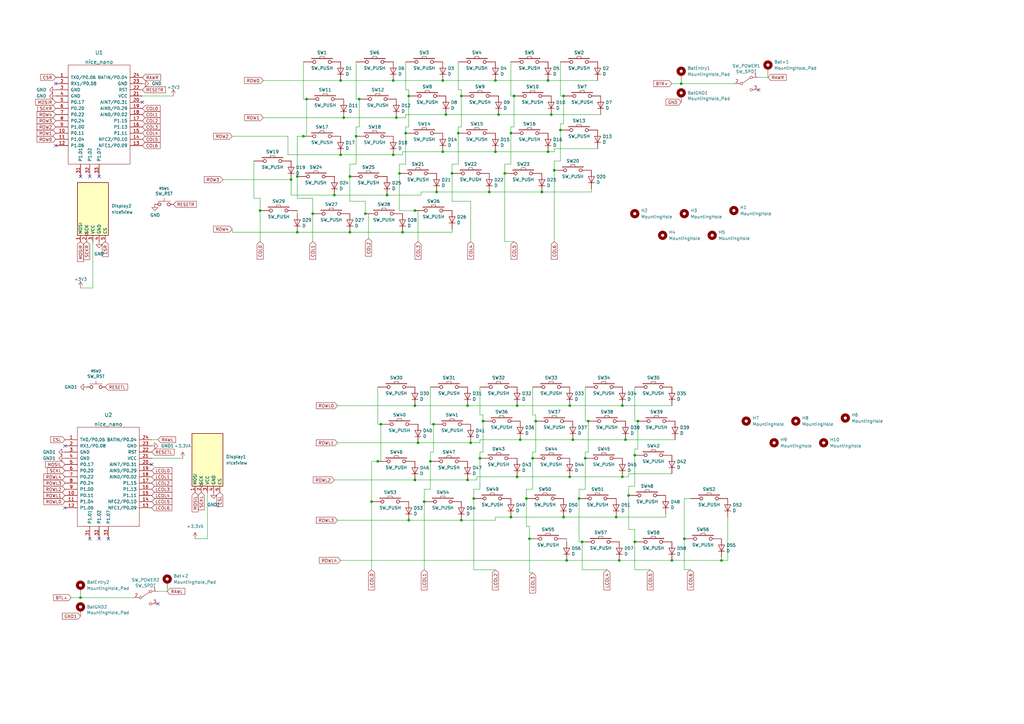
<source format=kicad_sch>
(kicad_sch (version 20211123) (generator eeschema)
  (paper "A3")
  (lib_symbols
    (symbol "Lily58_Pro-rescue:D-Lily58-cache" (pin_numbers hide) (pin_names (offset 1.016) hide)
      (property "Reference" "D" (at 0 2.54 0))
      (property "Value" "D-Lily58-cache" (at 0 -2.54 0))
      (symbol "D-Lily58-cache_1_1"
        (pin passive line (at -3.81 0 0) (length 2.54) (name "K") (number "1"))
        (pin passive line (at 3.81 0 180) (length 2.54) (name "A") (number "2"))
      )
    )
    (symbol "Lily58_Pro-rescue:GND-Lily58-cache" (power) (pin_names (offset 0))
      (property "Value" "GND-Lily58-cache" (at 0 -3.81 0))
      (symbol "GND-Lily58-cache_1_1"
        (pin power_in line (at 0 0 0) (length 0) hide (name "GND") (number "1"))
      )
    )
    (symbol "Lily58_Pro-rescue:SW_PUSH-Lily58-cache" (pin_numbers hide) (pin_names (offset 1.016) hide)
      (property "Reference" "SW" (at 3.81 2.794 0))
      (property "Value" "SW_PUSH-Lily58-cache" (at 0 -2.032 0))
      (symbol "SW_PUSH-Lily58-cache_0_1"
        (pin passive inverted (at -7.62 0 0) (length 5.08) (name "1") (number "1"))
        (pin passive inverted (at 7.62 0 180) (length 5.08) (name "2") (number "2"))
      )
    )
    (symbol "Lily58_Pro-rescue:SW_RST-Lily58-cache" (pin_numbers hide) (pin_names (offset 1.016) hide)
      (property "Reference" "RSW" (at 2.54 2.54 0))
      (property "Value" "SW_RST-Lily58-cache" (at 0 -2.54 0))
      (symbol "SW_RST-Lily58-cache_0_1"
        (pin passive inverted (at -3.81 0 0) (length 2.54) (name "1") (number "1"))
        (pin passive inverted (at 3.81 0 180) (length 2.54) (name "2") (number "2"))
      )
    )
    (symbol "Mechanical:MountingHole" (pin_names (offset 1.016))
      (property "Reference" "H" (at 0 5.08 0))
      (property "Value" "MountingHole" (at 0 3.175 0))
    )
    (symbol "Mechanical:MountingHole_Pad" (pin_numbers hide) (pin_names (offset 1.016) hide)
      (property "Reference" "H" (at 0 6.35 0))
      (property "Value" "MountingHole_Pad" (at 0 4.445 0))
      (symbol "MountingHole_Pad_1_1"
        (pin input line (at 0 -2.54 90) (length 2.54) (name "1") (number "1"))
      )
    )
    (symbol "Switch:SW_SPDT" (pin_names (offset 0) hide)
      (property "Reference" "SW" (at 0 4.318 0))
      (property "Value" "SW_SPDT" (at 0 -5.08 0))
      (symbol "SW_SPDT_1_1"
        (pin passive line (at 5.08 2.54 180) (length 2.54) (name "A") (number "1"))
        (pin passive line (at -5.08 0 0) (length 2.54) (name "B") (number "2"))
        (pin passive line (at 5.08 -2.54 180) (length 2.54) (name "C") (number "3"))
      )
    )
    (symbol "nice!view:nice!view"
      (property "Reference" "Display2" (at -3.81 2.54 0))
      (property "Value" "nice!view" (at -3.81 0 0))
      (symbol "nice!view_1_1"
        (pin input line (at -5.08 -12.7 90) (length 2.54) (name "MOSI") (number "1"))
        (pin input clock (at -2.54 -12.7 90) (length 2.54) (name "SCK") (number "2"))
        (pin power_in line (at 0 -12.7 90) (length 2.54) (name "VCC") (number "3"))
        (pin power_out line (at 2.54 -12.7 90) (length 2.54) (name "GND") (number "4"))
        (pin passive line (at 5.08 -12.7 90) (length 2.54) (name "CS") (number "5"))
      )
    )
    (symbol "nicenano:nice_nano" (pin_names (offset 1.016))
      (property "Reference" "U1" (at 0 23.4539 0))
      (property "Value" "nice_nano" (at 0 20.1749 0))
      (symbol "nice_nano_1_1"
        (pin input line (at -17.78 13.97 0) (length 5.08) (name "TX0/P0.06") (number "1"))
        (pin input line (at -17.78 -8.89 0) (length 5.08) (name "P0.11") (number "10"))
        (pin input line (at -17.78 -11.43 0) (length 5.08) (name "P1.04") (number "11"))
        (pin input line (at -17.78 -13.97 0) (length 5.08) (name "P1.06") (number "12"))
        (pin input line (at 17.78 -13.97 180) (length 5.08) (name "NFC1/P0.09") (number "13"))
        (pin input line (at 17.78 -11.43 180) (length 5.08) (name "NFC2/P0.10") (number "14"))
        (pin input line (at 17.78 -8.89 180) (length 5.08) (name "P1.11") (number "15"))
        (pin input line (at 17.78 -6.35 180) (length 5.08) (name "P1.13") (number "16"))
        (pin input line (at 17.78 -3.81 180) (length 5.08) (name "P1.15") (number "17"))
        (pin input line (at 17.78 -1.27 180) (length 5.08) (name "AIN0/P0.02") (number "18"))
        (pin input line (at 17.78 1.27 180) (length 5.08) (name "AIN5/P0.29") (number "19"))
        (pin input line (at -17.78 11.43 0) (length 5.08) (name "RX1/P0.08") (number "2"))
        (pin input line (at 17.78 3.81 180) (length 5.08) (name "AIN7/P0.31") (number "20"))
        (pin input line (at 17.78 6.35 180) (length 5.08) (name "VCC") (number "21"))
        (pin input line (at 17.78 8.89 180) (length 5.08) (name "RST") (number "22"))
        (pin input line (at 17.78 11.43 180) (length 5.08) (name "GND") (number "23"))
        (pin input line (at 17.78 13.97 180) (length 5.08) (name "BATIN/P0.04") (number "24"))
        (pin input line (at -17.78 8.89 0) (length 5.08) (name "GND") (number "3"))
        (pin input line (at -7.62 -26.67 90) (length 5.08) (name "P1.01") (number "31"))
        (pin input line (at -3.81 -26.67 90) (length 5.08) (name "P1.02") (number "32"))
        (pin input line (at 0 -26.67 90) (length 5.08) (name "P1.07") (number "33"))
        (pin input line (at -17.78 6.35 0) (length 5.08) (name "GND") (number "4"))
        (pin input line (at -17.78 3.81 0) (length 5.08) (name "P0.17") (number "5"))
        (pin input line (at -17.78 1.27 0) (length 5.08) (name "P0.20") (number "6"))
        (pin input line (at -17.78 -1.27 0) (length 5.08) (name "P0.22") (number "7"))
        (pin input line (at -17.78 -3.81 0) (length 5.08) (name "P0.24") (number "8"))
        (pin input line (at -17.78 -6.35 0) (length 5.08) (name "P1.00") (number "9"))
      )
    )
    (symbol "power:+3.3V" (power) (pin_names (offset 0))
      (property "Value" "+3.3V" (at 0 3.556 0))
      (symbol "+3.3V_1_1"
        (pin power_in line (at 0 0 90) (length 0) hide (name "+3V3") (number "1"))
      )
    )
    (symbol "power:+3.3VA" (power) (pin_names (offset 0))
      (property "Value" "+3.3VA" (at 0 3.556 0))
      (symbol "+3.3VA_1_1"
        (pin power_in line (at 0 0 90) (length 0) hide (name "+3.3VA") (number "1"))
      )
    )
    (symbol "power:GND" (power) (pin_names (offset 0))
      (property "Value" "GND" (at 0 -3.81 0))
      (symbol "GND_1_1"
        (pin power_in line (at 0 0 270) (length 0) hide (name "GND") (number "1"))
      )
    )
    (symbol "power:GND1" (power) (pin_names (offset 0))
      (property "Value" "GND1" (at 0 -3.81 0))
      (symbol "GND1_1_1"
        (pin power_in line (at 0 0 270) (length 0) hide (name "GND1") (number "1"))
      )
    )
  )
  (junction (at 161.29 63.5))
  (junction (at 255.27 166.37))
  (junction (at 170.18 166.37))
  (junction (at 232.41 229.87))
  (junction (at 128.27 87.63))
  (junction (at 163.83 71.12))
  (junction (at 198.12 172.72))
  (junction (at 124.46 55.88))
  (junction (at 173.99 205.74))
  (junction (at 119.38 73.66))
  (junction (at 217.17 220.98))
  (junction (at 233.68 166.37))
  (junction (at 252.73 212.09))
  (junction (at 161.29 33.02))
  (junction (at 143.51 72.39))
  (junction (at 146.05 55.88))
  (junction (at 167.64 213.36))
  (junction (at 240.03 187.96))
  (junction (at 162.56 48.26))
  (junction (at 200.66 78.74))
  (junction (at 224.79 33.02))
  (junction (at 233.68 195.58))
  (junction (at 166.37 54.61))
  (junction (at 260.35 186.69))
  (junction (at 165.1 95.25))
  (junction (at 106.68 86.36))
  (junction (at 176.53 189.23))
  (junction (at 167.64 39.37))
  (junction (at 295.91 229.87))
  (junction (at 213.36 180.34))
  (junction (at 147.32 40.64))
  (junction (at 137.16 80.01))
  (junction (at 181.61 33.02))
  (junction (at 158.75 80.01))
  (junction (at 275.59 229.87))
  (junction (at 257.81 203.2))
  (junction (at 279.4 34.29))
  (junction (at 209.55 54.61))
  (junction (at 193.04 181.61))
  (junction (at 237.49 204.47))
  (junction (at 143.51 95.25))
  (junction (at 182.88 46.99))
  (junction (at 121.92 95.25))
  (junction (at 256.54 180.34))
  (junction (at 212.09 166.37))
  (junction (at 261.62 172.72))
  (junction (at 254 229.87))
  (junction (at 229.87 53.34))
  (junction (at 227.33 69.85))
  (junction (at 187.96 54.61))
  (junction (at 189.23 213.36))
  (junction (at 177.8 173.99))
  (junction (at 210.82 39.37))
  (junction (at 280.67 220.98))
  (junction (at 234.95 180.34))
  (junction (at 222.25 78.74))
  (junction (at 139.7 63.5))
  (junction (at 140.97 48.26))
  (junction (at 171.45 181.61))
  (junction (at 149.86 87.63))
  (junction (at 219.71 172.72))
  (junction (at 154.94 189.23))
  (junction (at 241.3 172.72))
  (junction (at 260.35 222.25))
  (junction (at 203.2 62.23))
  (junction (at 33.02 245.11))
  (junction (at 209.55 212.09))
  (junction (at 152.4 205.74))
  (junction (at 226.06 46.99))
  (junction (at 212.09 195.58))
  (junction (at 204.47 46.99))
  (junction (at 231.14 39.37))
  (junction (at 207.01 71.12))
  (junction (at 238.76 222.25))
  (junction (at 191.77 196.85))
  (junction (at 156.21 173.99))
  (junction (at 121.92 72.39))
  (junction (at 189.23 39.37))
  (junction (at 194.31 204.47))
  (junction (at 255.27 195.58))
  (junction (at 170.18 86.36))
  (junction (at 125.73 40.64))
  (junction (at 179.07 78.74))
  (junction (at 191.77 166.37))
  (junction (at 196.85 187.96))
  (junction (at 185.42 71.12))
  (junction (at 215.9 204.47))
  (junction (at 203.2 33.02))
  (junction (at 218.44 187.96))
  (junction (at 231.14 212.09))
  (junction (at 139.7 33.02))
  (junction (at 170.18 196.85))
  (junction (at 224.79 62.23))
  (junction (at 181.61 62.23))
  (no_connect (at 26.67 182.88))
  (no_connect (at 64.77 247.65))
  (no_connect (at 22.86 34.29))
  (no_connect (at 26.67 208.28))
  (no_connect (at 36.83 220.98))
  (no_connect (at 40.64 220.98))
  (no_connect (at 44.45 220.98))
  (no_connect (at 62.23 190.5))
  (no_connect (at 22.86 59.69))
  (no_connect (at 58.42 41.91))
  (no_connect (at 33.02 72.39))
  (no_connect (at 36.83 72.39))
  (no_connect (at 40.64 72.39))
  (no_connect (at 311.15 36.83))
  (wire (pts (xy 234.95 180.34) (xy 256.54 180.34)))
  (wire (pts (xy 210.82 39.37) (xy 210.82 52.07)))
  (wire (pts (xy 64.77 180.34) (xy 62.23 180.34)))
  (wire (pts (xy 152.4 205.74) (xy 152.4 189.23)))
  (wire (pts (xy 146.05 25.4) (xy 146.05 40.64)))
  (wire (pts (xy 213.36 180.34) (xy 234.95 180.34)))
  (wire (pts (xy 314.96 31.75) (xy 314.96 30.48)))
  (wire (pts (xy 181.61 62.23) (xy 203.2 62.23)))
  (wire (pts (xy 166.37 54.61) (xy 166.37 67.31)))
  (wire (pts (xy 233.68 195.58) (xy 255.27 195.58)))
  (wire (pts (xy 187.96 67.31) (xy 185.42 67.31)))
  (wire (pts (xy 95.25 95.25) (xy 95.25 93.98)))
  (wire (pts (xy 227.33 66.04) (xy 227.33 69.85)))
  (wire (pts (xy 165.1 63.5) (xy 161.29 63.5)))
  (wire (pts (xy 121.92 95.25) (xy 143.51 95.25)))
  (wire (pts (xy 128.27 81.28) (xy 128.27 87.63)))
  (wire (pts (xy 166.37 46.99) (xy 166.37 48.26)))
  (wire (pts (xy 146.05 52.07) (xy 146.05 55.88)))
  (wire (pts (xy 212.09 166.37) (xy 233.68 166.37)))
  (wire (pts (xy 203.2 62.23) (xy 224.79 62.23)))
  (wire (pts (xy 275.59 194.31) (xy 257.81 194.31)))
  (wire (pts (xy 232.41 229.87) (xy 254 229.87)))
  (wire (pts (xy 260.35 233.68) (xy 266.7 233.68)))
  (wire (pts (xy 198.12 170.18) (xy 198.12 172.72)))
  (wire (pts (xy 187.96 25.4) (xy 187.96 36.83)))
  (wire (pts (xy 218.44 158.75) (xy 218.44 170.18)))
  (wire (pts (xy 229.87 39.37) (xy 231.14 39.37)))
  (wire (pts (xy 147.32 52.07) (xy 146.05 52.07)))
  (wire (pts (xy 179.07 78.74) (xy 200.66 78.74)))
  (wire (pts (xy 146.05 40.64) (xy 147.32 40.64)))
  (wire (pts (xy 138.43 166.37) (xy 170.18 166.37)))
  (wire (pts (xy 203.2 213.36) (xy 203.2 212.09)))
  (wire (pts (xy 232.41 220.98) (xy 232.41 222.25)))
  (wire (pts (xy 257.81 199.39) (xy 257.81 203.2)))
  (wire (pts (xy 275.59 34.29) (xy 279.4 34.29)))
  (wire (pts (xy 143.51 72.39) (xy 143.51 82.55)))
  (wire (pts (xy 138.43 181.61) (xy 171.45 181.61)))
  (wire (pts (xy 200.66 78.74) (xy 222.25 78.74)))
  (wire (pts (xy 219.71 172.72) (xy 219.71 185.42)))
  (wire (pts (xy 196.85 180.34) (xy 196.85 181.61)))
  (wire (pts (xy 238.76 233.68) (xy 248.92 233.68)))
  (wire (pts (xy 106.68 86.36) (xy 106.68 81.28)))
  (wire (pts (xy 149.86 82.55) (xy 149.86 87.63)))
  (wire (pts (xy 209.55 39.37) (xy 210.82 39.37)))
  (wire (pts (xy 121.92 81.28) (xy 128.27 81.28)))
  (wire (pts (xy 217.17 220.98) (xy 217.17 234.95)))
  (wire (pts (xy 196.85 185.42) (xy 196.85 187.96)))
  (wire (pts (xy 68.58 242.57) (xy 68.58 241.3)))
  (wire (pts (xy 295.91 229.87) (xy 298.45 229.87)))
  (wire (pts (xy 167.64 36.83) (xy 167.64 39.37)))
  (wire (pts (xy 227.33 60.96) (xy 227.33 62.23)))
  (wire (pts (xy 143.51 82.55) (xy 149.86 82.55)))
  (wire (pts (xy 173.99 200.66) (xy 173.99 205.74)))
  (wire (pts (xy 152.4 205.74) (xy 152.4 233.68)))
  (wire (pts (xy 207.01 71.12) (xy 207.01 99.06)))
  (wire (pts (xy 218.44 200.66) (xy 215.9 200.66)))
  (wire (pts (xy 185.42 67.31) (xy 185.42 71.12)))
  (wire (pts (xy 207.01 67.31) (xy 207.01 71.12)))
  (wire (pts (xy 218.44 187.96) (xy 218.44 200.66)))
  (wire (pts (xy 107.95 48.26) (xy 140.97 48.26)))
  (wire (pts (xy 95.25 55.88) (xy 118.11 55.88)))
  (wire (pts (xy 298.45 212.09) (xy 298.45 229.87)))
  (wire (pts (xy 187.96 36.83) (xy 189.23 36.83)))
  (wire (pts (xy 176.53 189.23) (xy 176.53 200.66)))
  (wire (pts (xy 143.51 67.31) (xy 146.05 67.31)))
  (wire (pts (xy 229.87 50.8) (xy 229.87 53.34)))
  (wire (pts (xy 121.92 86.36) (xy 121.92 87.63)))
  (wire (pts (xy 279.4 34.29) (xy 279.4 33.02)))
  (wire (pts (xy 156.21 173.99) (xy 156.21 189.23)))
  (wire (pts (xy 240.03 200.66) (xy 237.49 200.66)))
  (wire (pts (xy 194.31 200.66) (xy 194.31 204.47)))
  (wire (pts (xy 104.14 81.28) (xy 106.68 81.28)))
  (wire (pts (xy 128.27 87.63) (xy 128.27 99.06)))
  (wire (pts (xy 182.88 46.99) (xy 166.37 46.99)))
  (wire (pts (xy 260.35 199.39) (xy 257.81 199.39)))
  (wire (pts (xy 166.37 48.26) (xy 162.56 48.26)))
  (wire (pts (xy 245.11 60.96) (xy 227.33 60.96)))
  (wire (pts (xy 124.46 55.88) (xy 125.73 55.88)))
  (wire (pts (xy 204.47 46.99) (xy 226.06 46.99)))
  (wire (pts (xy 163.83 71.12) (xy 163.83 86.36)))
  (wire (pts (xy 280.67 233.68) (xy 283.21 233.68)))
  (wire (pts (xy 121.92 95.25) (xy 95.25 95.25)))
  (wire (pts (xy 124.46 40.64) (xy 125.73 40.64)))
  (wire (pts (xy 233.68 166.37) (xy 255.27 166.37)))
  (wire (pts (xy 170.18 196.85) (xy 191.77 196.85)))
  (wire (pts (xy 173.99 205.74) (xy 173.99 233.68)))
  (wire (pts (xy 166.37 52.07) (xy 166.37 54.61)))
  (wire (pts (xy 167.64 52.07) (xy 166.37 52.07)))
  (wire (pts (xy 260.35 222.25) (xy 260.35 233.68)))
  (wire (pts (xy 143.51 95.25) (xy 165.1 95.25)))
  (wire (pts (xy 165.1 95.25) (xy 185.42 95.25)))
  (wire (pts (xy 124.46 25.4) (xy 124.46 40.64)))
  (wire (pts (xy 227.33 62.23) (xy 224.79 62.23)))
  (wire (pts (xy 275.59 229.87) (xy 295.91 229.87)))
  (wire (pts (xy 195.58 195.58) (xy 195.58 196.85)))
  (wire (pts (xy 283.21 204.47) (xy 280.67 204.47)))
  (wire (pts (xy 260.35 158.75) (xy 260.35 172.72)))
  (wire (pts (xy 185.42 71.12) (xy 185.42 82.55)))
  (wire (pts (xy 255.27 166.37) (xy 275.59 166.37)))
  (wire (pts (xy 140.97 48.26) (xy 162.56 48.26)))
  (wire (pts (xy 227.33 69.85) (xy 227.33 99.06)))
  (wire (pts (xy 210.82 52.07) (xy 209.55 52.07)))
  (wire (pts (xy 121.92 55.88) (xy 124.46 55.88)))
  (wire (pts (xy 261.62 172.72) (xy 261.62 184.15)))
  (wire (pts (xy 146.05 55.88) (xy 146.05 67.31)))
  (wire (pts (xy 154.94 189.23) (xy 156.21 189.23)))
  (wire (pts (xy 280.67 220.98) (xy 281.94 220.98)))
  (wire (pts (xy 189.23 36.83) (xy 189.23 39.37)))
  (wire (pts (xy 62.23 187.96) (xy 74.93 187.96)))
  (wire (pts (xy 29.21 245.11) (xy 33.02 245.11)))
  (wire (pts (xy 196.85 158.75) (xy 196.85 170.18)))
  (wire (pts (xy 171.45 86.36) (xy 171.45 99.06)))
  (wire (pts (xy 229.87 53.34) (xy 229.87 66.04)))
  (wire (pts (xy 209.55 67.31) (xy 207.01 67.31)))
  (wire (pts (xy 187.96 54.61) (xy 187.96 67.31)))
  (wire (pts (xy 260.35 217.17) (xy 260.35 222.25)))
  (wire (pts (xy 118.11 63.5) (xy 139.7 63.5)))
  (wire (pts (xy 260.35 172.72) (xy 261.62 172.72)))
  (wire (pts (xy 311.15 31.75) (xy 314.96 31.75)))
  (wire (pts (xy 196.85 181.61) (xy 193.04 181.61)))
  (wire (pts (xy 139.7 63.5) (xy 161.29 63.5)))
  (wire (pts (xy 194.31 204.47) (xy 194.31 233.68)))
  (wire (pts (xy 195.58 196.85) (xy 191.77 196.85)))
  (wire (pts (xy 194.31 233.68) (xy 203.2 233.68)))
  (wire (pts (xy 273.05 212.09) (xy 273.05 210.82)))
  (wire (pts (xy 261.62 222.25) (xy 260.35 222.25)))
  (wire (pts (xy 151.13 87.63) (xy 149.86 87.63)))
  (wire (pts (xy 215.9 204.47) (xy 215.9 215.9)))
  (wire (pts (xy 154.94 158.75) (xy 154.94 173.99)))
  (wire (pts (xy 167.64 213.36) (xy 189.23 213.36)))
  (wire (pts (xy 182.88 46.99) (xy 204.47 46.99)))
  (wire (pts (xy 138.43 213.36) (xy 167.64 213.36)))
  (wire (pts (xy 151.13 97.79) (xy 151.13 87.63)))
  (wire (pts (xy 196.85 170.18) (xy 198.12 170.18)))
  (wire (pts (xy 213.36 180.34) (xy 196.85 180.34)))
  (wire (pts (xy 107.95 33.02) (xy 139.7 33.02)))
  (wire (pts (xy 280.67 204.47) (xy 280.67 220.98)))
  (wire (pts (xy 219.71 170.18) (xy 219.71 172.72)))
  (wire (pts (xy 261.62 184.15) (xy 260.35 184.15)))
  (wire (pts (xy 242.57 78.74) (xy 242.57 77.47)))
  (wire (pts (xy 237.49 200.66) (xy 237.49 204.47)))
  (wire (pts (xy 256.54 180.34) (xy 276.86 180.34)))
  (wire (pts (xy 170.18 86.36) (xy 171.45 86.36)))
  (wire (pts (xy 147.32 40.64) (xy 147.32 52.07)))
  (wire (pts (xy 121.92 72.39) (xy 121.92 81.28)))
  (wire (pts (xy 209.55 25.4) (xy 209.55 39.37)))
  (wire (pts (xy 226.06 46.99) (xy 246.38 46.99)))
  (wire (pts (xy 222.25 78.74) (xy 242.57 78.74)))
  (wire (pts (xy 279.4 34.29) (xy 300.99 34.29)))
  (wire (pts (xy 163.83 67.31) (xy 163.83 71.12)))
  (wire (pts (xy 189.23 39.37) (xy 189.23 52.07)))
  (wire (pts (xy 185.42 82.55) (xy 193.04 82.55)))
  (wire (pts (xy 104.14 66.04) (xy 104.14 81.28)))
  (wire (pts (xy 187.96 52.07) (xy 187.96 54.61)))
  (wire (pts (xy 58.42 39.37) (xy 71.12 39.37)))
  (wire (pts (xy 33.02 245.11) (xy 54.61 245.11)))
  (wire (pts (xy 237.49 222.25) (xy 238.76 222.25)))
  (wire (pts (xy 137.16 80.01) (xy 119.38 80.01)))
  (wire (pts (xy 207.01 99.06) (xy 210.82 99.06)))
  (wire (pts (xy 177.8 185.42) (xy 176.53 185.42)))
  (wire (pts (xy 172.72 80.01) (xy 172.72 78.74)))
  (wire (pts (xy 260.35 184.15) (xy 260.35 186.69)))
  (wire (pts (xy 240.03 172.72) (xy 241.3 172.72)))
  (wire (pts (xy 219.71 185.42) (xy 218.44 185.42)))
  (wire (pts (xy 106.68 86.36) (xy 106.68 99.06)))
  (wire (pts (xy 85.09 201.93) (xy 85.09 220.98)))
  (wire (pts (xy 173.99 200.66) (xy 176.53 200.66)))
  (wire (pts (xy 218.44 170.18) (xy 219.71 170.18)))
  (wire (pts (xy 137.16 80.01) (xy 158.75 80.01)))
  (wire (pts (xy 229.87 25.4) (xy 229.87 39.37)))
  (wire (pts (xy 218.44 185.42) (xy 218.44 187.96)))
  (wire (pts (xy 152.4 189.23) (xy 154.94 189.23)))
  (wire (pts (xy 158.75 80.01) (xy 172.72 80.01)))
  (wire (pts (xy 166.37 36.83) (xy 167.64 36.83)))
  (wire (pts (xy 172.72 78.74) (xy 179.07 78.74)))
  (wire (pts (xy 217.17 220.98) (xy 217.17 215.9)))
  (wire (pts (xy 257.81 195.58) (xy 255.27 195.58)))
  (wire (pts (xy 238.76 222.25) (xy 238.76 233.68)))
  (wire (pts (xy 193.04 82.55) (xy 193.04 99.06)))
  (wire (pts (xy 215.9 215.9) (xy 217.17 215.9)))
  (wire (pts (xy 118.11 55.88) (xy 118.11 63.5)))
  (wire (pts (xy 260.35 186.69) (xy 260.35 199.39)))
  (wire (pts (xy 231.14 50.8) (xy 229.87 50.8)))
  (wire (pts (xy 163.83 86.36) (xy 170.18 86.36)))
  (wire (pts (xy 191.77 166.37) (xy 212.09 166.37)))
  (wire (pts (xy 181.61 33.02) (xy 203.2 33.02)))
  (wire (pts (xy 125.73 40.64) (xy 125.73 55.88)))
  (wire (pts (xy 231.14 212.09) (xy 252.73 212.09)))
  (wire (pts (xy 121.92 72.39) (xy 121.92 55.88)))
  (wire (pts (xy 64.77 242.57) (xy 68.58 242.57)))
  (wire (pts (xy 203.2 33.02) (xy 224.79 33.02)))
  (wire (pts (xy 139.7 33.02) (xy 161.29 33.02)))
  (wire (pts (xy 189.23 52.07) (xy 187.96 52.07)))
  (wire (pts (xy 181.61 62.23) (xy 165.1 62.23)))
  (wire (pts (xy 209.55 52.07) (xy 209.55 54.61)))
  (wire (pts (xy 240.03 185.42) (xy 240.03 187.96)))
  (wire (pts (xy 38.1 118.11) (xy 33.02 118.11)))
  (wire (pts (xy 139.7 229.87) (xy 232.41 229.87)))
  (wire (pts (xy 154.94 173.99) (xy 156.21 173.99)))
  (wire (pts (xy 212.09 195.58) (xy 233.68 195.58)))
  (wire (pts (xy 198.12 185.42) (xy 196.85 185.42)))
  (wire (pts (xy 241.3 172.72) (xy 241.3 185.42)))
  (wire (pts (xy 38.1 99.06) (xy 38.1 118.11)))
  (wire (pts (xy 229.87 66.04) (xy 227.33 66.04)))
  (wire (pts (xy 280.67 220.98) (xy 280.67 233.68)))
  (wire (pts (xy 119.38 80.01) (xy 119.38 73.66)))
  (wire (pts (xy 295.91 229.87) (xy 295.91 228.6)))
  (wire (pts (xy 198.12 172.72) (xy 198.12 185.42)))
  (wire (pts (xy 166.37 25.4) (xy 166.37 36.83)))
  (wire (pts (xy 170.18 166.37) (xy 191.77 166.37)))
  (wire (pts (xy 166.37 67.31) (xy 163.83 67.31)))
  (wire (pts (xy 240.03 187.96) (xy 240.03 200.66)))
  (wire (pts (xy 176.53 173.99) (xy 177.8 173.99)))
  (wire (pts (xy 176.53 158.75) (xy 176.53 173.99)))
  (wire (pts (xy 176.53 185.42) (xy 176.53 189.23)))
  (wire (pts (xy 143.51 67.31) (xy 143.51 72.39)))
  (wire (pts (xy 85.09 220.98) (xy 80.01 220.98)))
  (wire (pts (xy 196.85 200.66) (xy 194.31 200.66)))
  (wire (pts (xy 254 229.87) (xy 275.59 229.87)))
  (wire (pts (xy 237.49 204.47) (xy 237.49 222.25)))
  (wire (pts (xy 33.02 245.11) (xy 33.02 243.84)))
  (wire (pts (xy 209.55 54.61) (xy 209.55 67.31)))
  (wire (pts (xy 252.73 212.09) (xy 273.05 212.09)))
  (wire (pts (xy 171.45 181.61) (xy 193.04 181.61)))
  (wire (pts (xy 189.23 213.36) (xy 203.2 213.36)))
  (wire (pts (xy 240.03 158.75) (xy 240.03 172.72)))
  (wire (pts (xy 185.42 95.25) (xy 185.42 93.98)))
  (wire (pts (xy 177.8 173.99) (xy 177.8 185.42)))
  (wire (pts (xy 217.17 234.95) (xy 218.44 234.95)))
  (wire (pts (xy 231.14 39.37) (xy 231.14 50.8)))
  (wire (pts (xy 212.09 195.58) (xy 195.58 195.58)))
  (wire (pts (xy 137.16 196.85) (xy 170.18 196.85)))
  (wire (pts (xy 257.81 194.31) (xy 257.81 195.58)))
  (wire (pts (xy 224.79 33.02) (xy 245.11 33.02)))
  (wire (pts (xy 167.64 39.37) (xy 167.64 52.07)))
  (wire (pts (xy 161.29 33.02) (xy 181.61 33.02)))
  (wire (pts (xy 119.38 73.66) (xy 91.44 73.66)))
  (wire (pts (xy 203.2 212.09) (xy 209.55 212.09)))
  (wire (pts (xy 241.3 185.42) (xy 240.03 185.42)))
  (wire (pts (xy 257.81 217.17) (xy 260.35 217.17)))
  (wire (pts (xy 257.81 203.2) (xy 257.81 217.17)))
  (wire (pts (xy 196.85 187.96) (xy 196.85 200.66)))
  (wire (pts (xy 209.55 212.09) (xy 231.14 212.09)))
  (wire (pts (xy 215.9 200.66) (xy 215.9 204.47)))
  (wire (pts (xy 165.1 62.23) (xy 165.1 63.5)))
  (global_label "ROW0" (shape input) (at 22.86 57.15 180) (property "Intersheet References" "${INTERSHEET_REFS}" (effects hide)))
  (global_label "LCOL5" (shape input) (at 266.7 233.68 270) (property "Intersheet References" "${INTERSHEET_REFS}" (effects hide)))
  (global_label "COL3" (shape input) (at 171.45 99.06 270) (property "Intersheet References" "${INTERSHEET_REFS}" (effects hide)))
  (global_label "ROWL0" (shape input) (at 138.43 166.37 180) (property "Intersheet References" "${INTERSHEET_REFS}" (effects hide)))
  (global_label "GND1" (shape input) (at 33.02 252.73 180) (property "Intersheet References" "${INTERSHEET_REFS}" (effects hide)))
  (global_label "SCKR" (shape input) (at 22.86 44.45 180) (property "Intersheet References" "${INTERSHEET_REFS}" (effects hide)))
  (global_label "ROW2" (shape input) (at 22.86 52.07 180) (property "Intersheet References" "${INTERSHEET_REFS}" (effects hide)))
  (global_label "ROWL4" (shape input) (at 139.7 229.87 180) (property "Intersheet References" "${INTERSHEET_REFS}" (effects hide)))
  (global_label "COL3" (shape input) (at 58.42 52.07 0) (property "Intersheet References" "${INTERSHEET_REFS}" (effects hide)))
  (global_label "SCKR" (shape input) (at 35.56 99.06 270) (property "Intersheet References" "${INTERSHEET_REFS}" (effects hide)))
  (global_label "RESETL" (shape input) (at 43.18 158.75 0) (property "Intersheet References" "${INTERSHEET_REFS}" (effects hide)))
  (global_label "LCOL1" (shape input) (at 173.99 233.68 270) (property "Intersheet References" "${INTERSHEET_REFS}" (effects hide)))
  (global_label "RAWR" (shape input) (at 314.96 31.75 0) (property "Intersheet References" "${INTERSHEET_REFS}" (effects hide)))
  (global_label "MOSIR" (shape input) (at 22.86 41.91 180) (property "Intersheet References" "${INTERSHEET_REFS}" (effects hide)))
  (global_label "RESETR" (shape input) (at 58.42 36.83 0) (property "Intersheet References" "${INTERSHEET_REFS}" (effects hide)))
  (global_label "LCOL0" (shape input) (at 152.4 233.68 270) (property "Intersheet References" "${INTERSHEET_REFS}" (effects hide)))
  (global_label "COL6" (shape input) (at 58.42 59.69 0) (property "Intersheet References" "${INTERSHEET_REFS}" (effects hide)))
  (global_label "LCOL4" (shape input) (at 62.23 203.2 0) (property "Intersheet References" "${INTERSHEET_REFS}" (effects hide)))
  (global_label "ROWL1" (shape input) (at 26.67 203.2 180) (property "Intersheet References" "${INTERSHEET_REFS}" (effects hide)))
  (global_label "COL6" (shape input) (at 227.33 99.06 270) (property "Intersheet References" "${INTERSHEET_REFS}" (effects hide)))
  (global_label "MOSIR" (shape input) (at 33.02 99.06 270) (property "Intersheet References" "${INTERSHEET_REFS}" (effects hide)))
  (global_label "RAWR" (shape input) (at 58.42 31.75 0) (property "Intersheet References" "${INTERSHEET_REFS}" (effects hide)))
  (global_label "LCOL4" (shape input) (at 248.92 233.68 270) (property "Intersheet References" "${INTERSHEET_REFS}" (effects hide)))
  (global_label "COL4" (shape input) (at 193.04 99.06 270) (property "Intersheet References" "${INTERSHEET_REFS}" (effects hide)))
  (global_label "RESETR" (shape input) (at 71.12 83.82 0) (property "Intersheet References" "${INTERSHEET_REFS}" (effects hide)))
  (global_label "ROWL2" (shape input) (at 137.16 196.85 180) (property "Intersheet References" "${INTERSHEET_REFS}" (effects hide)))
  (global_label "COL5" (shape input) (at 210.82 99.06 270) (property "Intersheet References" "${INTERSHEET_REFS}" (effects hide)))
  (global_label "ROWL3" (shape input) (at 138.43 213.36 180) (property "Intersheet References" "${INTERSHEET_REFS}" (effects hide)))
  (global_label "RAWL" (shape input) (at 68.58 242.57 0) (property "Intersheet References" "${INTERSHEET_REFS}" (effects hide)))
  (global_label "LCOL3" (shape input) (at 218.44 234.95 270) (property "Intersheet References" "${INTERSHEET_REFS}" (effects hide)))
  (global_label "ROWL4" (shape input) (at 26.67 195.58 180) (property "Intersheet References" "${INTERSHEET_REFS}" (effects hide)))
  (global_label "COL5" (shape input) (at 58.42 57.15 0) (property "Intersheet References" "${INTERSHEET_REFS}" (effects hide)))
  (global_label "LCOL6" (shape input) (at 62.23 208.28 0) (property "Intersheet References" "${INTERSHEET_REFS}" (effects hide)))
  (global_label "LCOL5" (shape input) (at 62.23 205.74 0) (property "Intersheet References" "${INTERSHEET_REFS}" (effects hide)))
  (global_label "COL1" (shape input) (at 128.27 99.06 270) (property "Intersheet References" "${INTERSHEET_REFS}" (effects hide)))
  (global_label "LCOL3" (shape input) (at 62.23 200.66 0) (property "Intersheet References" "${INTERSHEET_REFS}" (effects hide)))
  (global_label "CSR" (shape input) (at 22.86 31.75 180) (property "Intersheet References" "${INTERSHEET_REFS}" (effects hide)))
  (global_label "MOSIL" (shape input) (at 80.01 201.93 270) (property "Intersheet References" "${INTERSHEET_REFS}" (effects hide)))
  (global_label "LCOL2" (shape input) (at 203.2 233.68 270) (property "Intersheet References" "${INTERSHEET_REFS}" (effects hide)))
  (global_label "ROWL1" (shape input) (at 138.43 181.61 180) (property "Intersheet References" "${INTERSHEET_REFS}" (effects hide)))
  (global_label "COL2" (shape input) (at 151.13 97.79 270) (property "Intersheet References" "${INTERSHEET_REFS}" (effects hide)))
  (global_label "GND" (shape input) (at 279.4 41.91 180) (property "Intersheet References" "${INTERSHEET_REFS}" (effects hide)))
  (global_label "CSL" (shape input) (at 90.17 201.93 270) (property "Intersheet References" "${INTERSHEET_REFS}" (effects hide)))
  (global_label "LCOL2" (shape input) (at 62.23 198.12 0) (property "Intersheet References" "${INTERSHEET_REFS}" (effects hide)))
  (global_label "ROW3" (shape input) (at 91.44 73.66 180) (property "Intersheet References" "${INTERSHEET_REFS}" (effects hide)))
  (global_label "COL2" (shape input) (at 58.42 49.53 0) (property "Intersheet References" "${INTERSHEET_REFS}" (effects hide)))
  (global_label "ROW4" (shape input) (at 95.25 93.98 180) (property "Intersheet References" "${INTERSHEET_REFS}" (effects hide)))
  (global_label "ROWL2" (shape input) (at 26.67 200.66 180) (property "Intersheet References" "${INTERSHEET_REFS}" (effects hide)))
  (global_label "MOSIL" (shape input) (at 26.67 190.5 180) (property "Intersheet References" "${INTERSHEET_REFS}" (effects hide)))
  (global_label "RAWL" (shape input) (at 64.77 180.34 0) (property "Intersheet References" "${INTERSHEET_REFS}" (effects hide)))
  (global_label "LCOL1" (shape input) (at 62.23 195.58 0) (property "Intersheet References" "${INTERSHEET_REFS}" (effects hide)))
  (global_label "LCOL0" (shape input) (at 62.23 193.04 0) (property "Intersheet References" "${INTERSHEET_REFS}" (effects hide)))
  (global_label "COL1" (shape input) (at 58.42 46.99 0) (property "Intersheet References" "${INTERSHEET_REFS}" (effects hide)))
  (global_label "CSL" (shape input) (at 26.67 180.34 180) (property "Intersheet References" "${INTERSHEET_REFS}" (effects hide)))
  (global_label "ROW4" (shape input) (at 22.86 46.99 180) (property "Intersheet References" "${INTERSHEET_REFS}" (effects hide)))
  (global_label "ROW0" (shape input) (at 107.95 33.02 180) (property "Intersheet References" "${INTERSHEET_REFS}" (effects hide)))
  (global_label "SCKL" (shape input) (at 26.67 193.04 180) (property "Intersheet References" "${INTERSHEET_REFS}" (effects hide)))
  (global_label "COL4" (shape input) (at 58.42 54.61 0) (property "Intersheet References" "${INTERSHEET_REFS}" (effects hide)))
  (global_label "COL0" (shape input) (at 106.68 99.06 270) (property "Intersheet References" "${INTERSHEET_REFS}" (effects hide)))
  (global_label "SCKL" (shape input) (at 82.55 201.93 270) (property "Intersheet References" "${INTERSHEET_REFS}" (effects hide)))
  (global_label "ROW2" (shape input) (at 95.25 55.88 180) (property "Intersheet References" "${INTERSHEET_REFS}" (effects hide)))
  (global_label "ROW1" (shape input) (at 107.95 48.26 180) (property "Intersheet References" "${INTERSHEET_REFS}" (effects hide)))
  (global_label "ROWL3" (shape input) (at 26.67 198.12 180) (property "Intersheet References" "${INTERSHEET_REFS}" (effects hide)))
  (global_label "COL0" (shape input) (at 58.42 44.45 0) (property "Intersheet References" "${INTERSHEET_REFS}" (effects hide)))
  (global_label "LCOL6" (shape input) (at 283.21 233.68 270) (property "Intersheet References" "${INTERSHEET_REFS}" (effects hide)))
  (global_label "RESETL" (shape input) (at 62.23 185.42 0) (property "Intersheet References" "${INTERSHEET_REFS}" (effects hide)))
  (global_label "ROWL0" (shape input) (at 26.67 205.74 180) (property "Intersheet References" "${INTERSHEET_REFS}" (effects hide)))
  (global_label "BTL+" (shape input) (at 29.21 245.11 180) (property "Intersheet References" "${INTERSHEET_REFS}" (effects hide)))
  (global_label "CSR" (shape input) (at 43.18 99.06 270) (property "Intersheet References" "${INTERSHEET_REFS}" (effects hide)))
  (global_label "ROW3" (shape input) (at 22.86 49.53 180) (property "Intersheet References" "${INTERSHEET_REFS}" (effects hide)))
  (global_label "BTR+" (shape input) (at 275.59 34.29 180) (property "Intersheet References" "${INTERSHEET_REFS}" (effects hide)))
  (global_label "ROW1" (shape input) (at 22.86 54.61 180) (property "Intersheet References" "${INTERSHEET_REFS}" (effects hide)))
  (symbol (lib_id "power:GND1") (at 87.63 201.93 0) (unit 1)
    (property "Reference" "#PWR0110" (effects hide))
    (property "Value" "GND1" (at 87.63 207.01 0))
  )
  (symbol (lib_id "Lily58_Pro-rescue:D-Lily58-cache") (at 193.04 177.8 90) (unit 1)
    (property "Reference" "D41" (at 195.0466 176.6316 90) (effects (justify right)))
    (property "Value" "D" (at 195.0466 178.943 90) (effects (justify right)))
    (property "Footprint" "RunType58:Diode_TH_SOD123" (effects hide))
  )
  (symbol (lib_id "Mechanical:MountingHole_Pad") (at 33.02 250.19 0) (unit 1)
    (property "Reference" "BatGND2" (at 35.56 248.9454 0) (effects (justify left)))
    (property "Value" "MountingHole_Pad" (at 35.56 251.2568 0) (effects (justify left)))
    (property "Footprint" "nicenan0_v2:1pin_Battery" (effects hide))
  )
  (symbol (lib_id "Lily58_Pro-rescue:D-Lily58-cache") (at 139.7 59.69 90) (unit 1)
    (property "Reference" "D17" (at 141.7066 58.5216 90) (effects (justify right)))
    (property "Value" "D" (at 141.7066 60.833 90) (effects (justify right)))
    (property "Footprint" "RunType58:Diode_TH_SOD123" (effects hide))
  )
  (symbol (lib_id "Lily58_Pro-rescue:D-Lily58-cache") (at 273.05 207.01 90) (unit 1)
    (property "Reference" "D48" (at 275.0566 205.8416 90) (effects (justify right)))
    (property "Value" "D" (at 275.0566 208.153 90) (effects (justify right)))
    (property "Footprint" "RunType58:Diode_TH_SOD123" (effects hide))
  )
  (symbol (lib_id "power:GND") (at 58.42 34.29 90) (unit 1)
    (property "Reference" "#PWR0112" (effects hide))
    (property "Value" "GND" (at 62.23 34.2899 90) (effects (justify right)))
  )
  (symbol (lib_id "Lily58_Pro-rescue:D-Lily58-cache") (at 245.11 29.21 90) (unit 1)
    (property "Reference" "D2" (at 247.1166 28.0416 90) (effects (justify right)))
    (property "Value" "D" (at 247.1166 30.353 90) (effects (justify right)))
    (property "Footprint" "RunType58:Diode_TH_SOD123" (effects hide))
  )
  (symbol (lib_id "Lily58_Pro-rescue:D-Lily58-cache") (at 161.29 59.69 90) (unit 1)
    (property "Reference" "D18" (at 163.2966 58.5216 90) (effects (justify right)))
    (property "Value" "D" (at 163.2966 60.833 90) (effects (justify right)))
    (property "Footprint" "RunType58:Diode_TH_SOD123" (effects hide))
  )
  (symbol (lib_id "Lily58_Pro-rescue:D-Lily58-cache") (at 191.77 193.04 90) (unit 1)
    (property "Reference" "D47" (at 193.7766 191.8716 90) (effects (justify right)))
    (property "Value" "D" (at 193.7766 194.183 90) (effects (justify right)))
    (property "Footprint" "RunType58:Diode_TH_SOD123" (effects hide))
  )
  (symbol (lib_id "Lily58_Pro-rescue:D-Lily58-cache") (at 167.64 209.55 90) (unit 1)
    (property "Reference" "D53" (at 169.6466 208.3816 90) (effects (justify right)))
    (property "Value" "D" (at 169.6466 210.693 90) (effects (justify right)))
    (property "Footprint" "RunType58:Diode_TH_SOD123" (effects hide))
  )
  (symbol (lib_id "Lily58_Pro-rescue:D-Lily58-cache") (at 276.86 176.53 90) (unit 1)
    (property "Reference" "D39" (at 278.8666 175.3616 90) (effects (justify right)))
    (property "Value" "D" (at 278.8666 177.673 90) (effects (justify right)))
    (property "Footprint" "RunType58:Diode_TH_SOD123" (effects hide))
  )
  (symbol (lib_id "Lily58_Pro-rescue:SW_RST-Lily58-cache") (at 67.31 83.82 0) (unit 1)
    (property "Reference" "RSW1" (at 67.31 77.3176 0) (effects (font (size 1.016 1.016))))
    (property "Value" "SW_RST" (at 67.31 79.4258 0))
    (property "Footprint" "RunType58:TACT_SWITCH_TVBP06" (effects hide))
  )
  (symbol (lib_id "Lily58_Pro-rescue:SW_PUSH-Lily58-cache") (at 226.06 187.96 0) (unit 1)
    (property "Reference" "SW44" (at 226.06 184.15 0))
    (property "Value" "SW_PUSH" (at 226.06 190.5 0))
    (property "Footprint" "RunType58:CherryMX_KailhLowProfile_Hotswap" (effects hide))
  )
  (symbol (lib_id "Lily58_Pro-rescue:D-Lily58-cache") (at 203.2 29.21 90) (unit 1)
    (property "Reference" "D4" (at 205.2066 28.0416 90) (effects (justify right)))
    (property "Value" "D" (at 205.2066 30.353 90) (effects (justify right)))
    (property "Footprint" "RunType58:Diode_TH_SOD123" (effects hide))
  )
  (symbol (lib_id "Lily58_Pro-rescue:SW_RST-Lily58-cache") (at 39.37 158.75 0) (unit 1)
    (property "Reference" "RSW2" (at 39.37 152.2476 0) (effects (font (size 1.016 1.016))))
    (property "Value" "SW_RST" (at 39.37 154.3558 0))
    (property "Footprint" "RunType58:TACT_SWITCH_TVBP06" (effects hide))
  )
  (symbol (lib_id "Lily58_Pro-rescue:D-Lily58-cache") (at 203.2 58.42 90) (unit 1)
    (property "Reference" "D15" (at 205.2066 57.2516 90) (effects (justify right)))
    (property "Value" "D" (at 205.2066 59.563 90) (effects (justify right)))
    (property "Footprint" "RunType58:Diode_TH_SOD123" (effects hide))
  )
  (symbol (lib_id "Lily58_Pro-rescue:D-Lily58-cache") (at 200.66 74.93 90) (unit 1)
    (property "Reference" "D22" (at 202.6666 73.7616 90) (effects (justify right)))
    (property "Value" "D" (at 202.6666 76.073 90) (effects (justify right)))
    (property "Footprint" "RunType58:Diode_TH_SOD123" (effects hide))
  )
  (symbol (lib_id "Lily58_Pro-rescue:SW_PUSH-Lily58-cache") (at 214.63 71.12 0) (unit 1)
    (property "Reference" "SW23" (at 214.63 67.31 0))
    (property "Value" "SW_PUSH" (at 214.63 73.66 0))
    (property "Footprint" "RunType58:CherryMX_KailhLowProfile_Hotswap" (effects hide))
  )
  (symbol (lib_id "Switch:SW_SPDT") (at 306.07 34.29 0) (unit 1)
    (property "Reference" "SW_POWER1" (at 306.07 27.051 0))
    (property "Value" "SW_SPDT" (at 306.07 29.3624 0))
    (property "Footprint" "nicenano2:SPDT_C128955" (effects hide))
  )
  (symbol (lib_id "Lily58_Pro-rescue:SW_PUSH-Lily58-cache") (at 129.54 72.39 0) (unit 1)
    (property "Reference" "SW24" (at 129.54 68.58 0))
    (property "Value" "SW_PUSH" (at 129.54 74.93 0))
    (property "Footprint" "RunType58:CherryMX_KailhLowProfile_Hotswap" (effects hide))
  )
  (symbol (lib_id "Lily58_Pro-rescue:D-Lily58-cache") (at 212.09 191.77 90) (unit 1)
    (property "Reference" "D43" (at 214.0966 190.6016 90) (effects (justify right)))
    (property "Value" "D" (at 214.0966 192.913 90) (effects (justify right)))
    (property "Footprint" "RunType58:Diode_TH_SOD123" (effects hide))
  )
  (symbol (lib_id "Lily58_Pro-rescue:D-Lily58-cache") (at 233.68 162.56 90) (unit 1)
    (property "Reference" "D33" (at 235.6866 161.3916 90) (effects (justify right)))
    (property "Value" "D" (at 235.6866 163.703 90) (effects (justify right)))
    (property "Footprint" "RunType58:Diode_TH_SOD123" (effects hide))
  )
  (symbol (lib_id "Lily58_Pro-rescue:D-Lily58-cache") (at 170.18 162.56 90) (unit 1)
    (property "Reference" "D30" (at 172.1866 161.3916 90) (effects (justify right)))
    (property "Value" "D" (at 172.1866 163.703 90) (effects (justify right)))
    (property "Footprint" "RunType58:Diode_TH_SOD123" (effects hide))
  )
  (symbol (lib_id "Mechanical:MountingHole_Pad") (at 314.96 27.94 0) (unit 1)
    (property "Reference" "Bat+1" (at 317.5 25.3999 0) (effects (justify left)))
    (property "Value" "MountingHole_Pad" (at 317.5 27.9399 0) (effects (justify left)))
    (property "Footprint" "nicenan0_v2:1pin_Battery" (effects hide))
  )
  (symbol (lib_id "power:GND1") (at 26.67 187.96 270) (unit 1)
    (property "Reference" "#PWR0108" (effects hide))
    (property "Value" "GND1" (at 22.86 187.9599 90) (effects (justify right)))
  )
  (symbol (lib_id "Lily58_Pro-rescue:SW_PUSH-Lily58-cache") (at 224.79 220.98 0) (unit 1)
    (property "Reference" "SW55" (at 224.79 217.17 0))
    (property "Value" "SW_PUSH" (at 224.79 223.52 0))
    (property "Footprint" "RunType58:CherryMX_KailhLowProfile_Hotswap" (effects hide))
  )
  (symbol (lib_id "Mechanical:MountingHole") (at 306.07 172.72 0) (unit 1)
    (property "Reference" "H7" (at 308.61 171.4499 0) (effects (justify left)))
    (property "Value" "MountingHole" (at 308.61 173.9899 0) (effects (justify left)))
    (property "Footprint" "MountingHole:MountingHole_2.5mm_Pad" (effects hide))
  )
  (symbol (lib_id "Lily58_Pro-rescue:SW_PUSH-Lily58-cache") (at 237.49 53.34 0) (unit 1)
    (property "Reference" "SW13" (at 237.49 49.53 0))
    (property "Value" "SW_PUSH" (at 237.49 55.88 0))
    (property "Footprint" "RunType58:CherryMX_KailhLowProfile_Hotswap" (effects hide))
  )
  (symbol (lib_id "Lily58_Pro-rescue:SW_PUSH-Lily58-cache") (at 184.15 189.23 0) (unit 1)
    (property "Reference" "SW47" (at 184.15 185.42 0))
    (property "Value" "SW_PUSH" (at 184.15 191.77 0))
    (property "Footprint" "RunType58:CherryMX_KailhLowProfile_Hotswap" (effects hide))
  )
  (symbol (lib_id "Lily58_Pro-rescue:D-Lily58-cache") (at 119.38 69.85 90) (unit 1)
    (property "Reference" "D19" (at 121.3866 68.6816 90) (effects (justify right)))
    (property "Value" "D" (at 121.3866 70.993 90) (effects (justify right)))
    (property "Footprint" "RunType58:Diode_TH_SOD123" (effects hide))
  )
  (symbol (lib_id "Lily58_Pro-rescue:GND-Lily58-cache") (at 63.5 83.82 0) (unit 1)
    (property "Reference" "#PWR01" (effects hide))
    (property "Value" "GND" (at 63.627 88.2142 0))
  )
  (symbol (lib_id "Lily58_Pro-rescue:D-Lily58-cache") (at 232.41 226.06 90) (unit 1)
    (property "Reference" "D56" (at 234.4166 224.8916 90) (effects (justify right)))
    (property "Value" "D" (at 234.4166 227.203 90) (effects (justify right)))
    (property "Footprint" "RunType58:Diode_TH_SOD123" (effects hide))
  )
  (symbol (lib_id "Lily58_Pro-rescue:SW_PUSH-Lily58-cache") (at 265.43 203.2 0) (unit 1)
    (property "Reference" "SW48" (at 265.43 199.39 0))
    (property "Value" "SW_PUSH" (at 265.43 205.74 0))
    (property "Footprint" "RunType58:CherryMX_KailhLowProfile_Hotswap" (effects hide))
  )
  (symbol (lib_id "Lily58_Pro-rescue:SW_PUSH-Lily58-cache") (at 153.67 25.4 0) (unit 1)
    (property "Reference" "SW6" (at 153.67 21.59 0))
    (property "Value" "SW_PUSH" (at 153.67 27.94 0))
    (property "Footprint" "RunType58:CherryMX_KailhLowProfile_Hotswap" (effects hide))
  )
  (symbol (lib_id "power:+3.3V") (at 33.02 118.11 0) (unit 1)
    (property "Reference" "#PWR0104" (effects hide))
    (property "Value" "+3.3V" (at 33.02 114.5342 0))
  )
  (symbol (lib_id "Lily58_Pro-rescue:D-Lily58-cache") (at 161.29 29.21 90) (unit 1)
    (property "Reference" "D6" (at 163.2966 28.0416 90) (effects (justify right)))
    (property "Value" "D" (at 163.2966 30.353 90) (effects (justify right)))
    (property "Footprint" "RunType58:Diode_TH_SOD123" (effects hide))
  )
  (symbol (lib_id "Lily58_Pro-rescue:SW_PUSH-Lily58-cache") (at 247.65 158.75 0) (unit 1)
    (property "Reference" "SW34" (at 247.65 154.94 0))
    (property "Value" "SW_PUSH" (at 247.65 161.29 0))
    (property "Footprint" "RunType58:CherryMX_KailhLowProfile_Hotswap" (effects hide))
  )
  (symbol (lib_id "Lily58_Pro-rescue:SW_PUSH-Lily58-cache") (at 153.67 55.88 0) (unit 1)
    (property "Reference" "SW18" (at 153.67 52.07 0))
    (property "Value" "SW_PUSH" (at 153.67 58.42 0))
    (property "Footprint" "RunType58:CherryMX_KailhLowProfile_Hotswap" (effects hide))
  )
  (symbol (lib_id "Lily58_Pro-rescue:SW_PUSH-Lily58-cache") (at 288.29 220.98 0) (unit 1)
    (property "Reference" "SW56" (at 288.29 217.17 0))
    (property "Value" "SW_PUSH" (at 288.29 223.52 0))
    (property "Footprint" "RunType58:CherryMX_KailhLowProfile_Hotswap" (effects hide))
  )
  (symbol (lib_id "Lily58_Pro-rescue:D-Lily58-cache") (at 170.18 193.04 90) (unit 1)
    (property "Reference" "D46" (at 172.1866 191.8716 90) (effects (justify right)))
    (property "Value" "D" (at 172.1866 194.183 90) (effects (justify right)))
    (property "Footprint" "RunType58:Diode_TH_SOD123" (effects hide))
  )
  (symbol (lib_id "Lily58_Pro-rescue:SW_PUSH-Lily58-cache") (at 290.83 204.47 0) (unit 1)
    (property "Reference" "SW52" (at 290.83 200.66 0))
    (property "Value" "SW_PUSH" (at 290.83 207.01 0))
    (property "Footprint" "RunType58:CherryMX_KailhLowProfile_Hotswap" (effects hide))
  )
  (symbol (lib_id "Lily58_Pro-rescue:SW_PUSH-Lily58-cache") (at 135.89 87.63 0) (unit 1)
    (property "Reference" "SW27" (at 135.89 83.82 0))
    (property "Value" "SW_PUSH" (at 135.89 90.17 0))
    (property "Footprint" "RunType58:CherryMX_KailhLowProfile_Hotswap" (effects hide))
  )
  (symbol (lib_id "Lily58_Pro-rescue:D-Lily58-cache") (at 275.59 162.56 90) (unit 1)
    (property "Reference" "D35" (at 277.5966 161.3916 90) (effects (justify right)))
    (property "Value" "D" (at 277.5966 163.703 90) (effects (justify right)))
    (property "Footprint" "RunType58:Diode_TH_SOD123" (effects hide))
  )
  (symbol (lib_id "power:GND") (at 22.86 36.83 270) (unit 1)
    (property "Reference" "#PWR0109" (effects hide))
    (property "Value" "GND" (at 19.05 36.8299 90) (effects (justify right)))
  )
  (symbol (lib_id "Lily58_Pro-rescue:SW_PUSH-Lily58-cache") (at 201.93 204.47 0) (unit 1)
    (property "Reference" "SW49" (at 201.93 200.66 0))
    (property "Value" "SW_PUSH" (at 201.93 207.01 0))
    (property "Footprint" "RunType58:CherryMX_KailhLowProfile_Hotswap" (effects hide))
  )
  (symbol (lib_id "Lily58_Pro-rescue:D-Lily58-cache") (at 252.73 208.28 90) (unit 1)
    (property "Reference" "D51" (at 254.7366 207.1116 90) (effects (justify right)))
    (property "Value" "D" (at 254.7366 209.423 90) (effects (justify right)))
    (property "Footprint" "RunType58:Diode_TH_SOD123" (effects hide))
  )
  (symbol (lib_id "power:GND1") (at 35.56 158.75 270) (unit 1)
    (property "Reference" "#PWR0113" (effects hide))
    (property "Value" "GND1" (at 31.75 158.7499 90) (effects (justify right)))
  )
  (symbol (lib_id "Lily58_Pro-rescue:D-Lily58-cache") (at 209.55 208.28 90) (unit 1)
    (property "Reference" "D49" (at 211.5566 207.1116 90) (effects (justify right)))
    (property "Value" "D" (at 211.5566 209.423 90) (effects (justify right)))
    (property "Footprint" "RunType58:Diode_TH_SOD123" (effects hide))
  )
  (symbol (lib_id "Mechanical:MountingHole_Pad") (at 279.4 30.48 0) (unit 1)
    (property "Reference" "BatEntry1" (at 281.94 27.9399 0) (effects (justify left)))
    (property "Value" "MountingHole_Pad" (at 281.94 30.4799 0) (effects (justify left)))
    (property "Footprint" "nicenan0_v2:1pin_Battery" (effects hide))
  )
  (symbol (lib_id "Mechanical:MountingHole") (at 346.71 171.45 0) (unit 1)
    (property "Reference" "H6" (at 349.25 170.1799 0) (effects (justify left)))
    (property "Value" "MountingHole" (at 349.25 172.7199 0) (effects (justify left)))
    (property "Footprint" "MountingHole:MountingHole_2.5mm_Pad" (effects hide))
  )
  (symbol (lib_id "Lily58_Pro-rescue:SW_PUSH-Lily58-cache") (at 157.48 87.63 0) (unit 1)
    (property "Reference" "SW28" (at 157.48 83.82 0))
    (property "Value" "SW_PUSH" (at 157.48 90.17 0))
    (property "Footprint" "RunType58:CherryMX_KailhLowProfile_Hotswap" (effects hide))
  )
  (symbol (lib_id "Switch:SW_SPDT") (at 59.69 245.11 0) (unit 1)
    (property "Reference" "SW_POWER2" (at 59.69 237.871 0))
    (property "Value" "SW_SPDT" (at 59.69 240.1824 0))
    (property "Footprint" "nicenano2:SPDT_C128955" (effects hide))
  )
  (symbol (lib_id "Lily58_Pro-rescue:D-Lily58-cache") (at 275.59 190.5 90) (unit 1)
    (property "Reference" "D42" (at 277.5966 189.3316 90) (effects (justify right)))
    (property "Value" "D" (at 277.5966 191.643 90) (effects (justify right)))
    (property "Footprint" "RunType58:Diode_TH_SOD123" (effects hide))
  )
  (symbol (lib_id "power:GND") (at 22.86 39.37 270) (unit 1)
    (property "Reference" "#PWR0107" (effects hide))
    (property "Value" "GND" (at 19.05 39.3699 90) (effects (justify right)))
  )
  (symbol (lib_id "Mechanical:MountingHole") (at 300.99 86.36 0) (unit 1)
    (property "Reference" "H1" (at 303.53 85.0899 0) (effects (justify left)))
    (property "Value" "MountingHole" (at 303.53 87.6299 0) (effects (justify left)))
    (property "Footprint" "MountingHole:MountingHole_2.5mm_Pad" (effects hide))
  )
  (symbol (lib_id "Lily58_Pro-rescue:D-Lily58-cache") (at 181.61 58.42 90) (unit 1)
    (property "Reference" "D14" (at 183.6166 57.2516 90) (effects (justify right)))
    (property "Value" "D" (at 183.6166 59.563 90) (effects (justify right)))
    (property "Footprint" "RunType58:Diode_TH_SOD123" (effects hide))
  )
  (symbol (lib_id "Lily58_Pro-rescue:SW_PUSH-Lily58-cache") (at 238.76 39.37 0) (unit 1)
    (property "Reference" "SW7" (at 238.76 35.56 0))
    (property "Value" "SW_PUSH" (at 238.76 41.91 0))
    (property "Footprint" "RunType58:CherryMX_KailhLowProfile_Hotswap" (effects hide))
  )
  (symbol (lib_id "Lily58_Pro-rescue:SW_PUSH-Lily58-cache") (at 196.85 39.37 0) (unit 1)
    (property "Reference" "SW9" (at 196.85 35.56 0))
    (property "Value" "SW_PUSH" (at 196.85 41.91 0))
    (property "Footprint" "RunType58:CherryMX_KailhLowProfile_Hotswap" (effects hide))
  )
  (symbol (lib_id "Lily58_Pro-rescue:SW_PUSH-Lily58-cache") (at 245.11 204.47 0) (unit 1)
    (property "Reference" "SW51" (at 245.11 200.66 0))
    (property "Value" "SW_PUSH" (at 245.11 207.01 0))
    (property "Footprint" "RunType58:CherryMX_KailhLowProfile_Hotswap" (effects hide))
  )
  (symbol (lib_id "Lily58_Pro-rescue:SW_PUSH-Lily58-cache") (at 267.97 222.25 0) (unit 1)
    (property "Reference" "SW58" (at 267.97 218.44 0))
    (property "Value" "SW_PUSH" (at 267.97 224.79 0))
    (property "Footprint" "RunType58:CherryMX_KailhLowProfile_Hotswap" (effects hide))
  )
  (symbol (lib_id "Lily58_Pro-rescue:D-Lily58-cache") (at 275.59 226.06 90) (unit 1)
    (property "Reference" "D58" (at 277.5966 224.8916 90) (effects (justify right)))
    (property "Value" "D" (at 277.5966 227.203 90) (effects (justify right)))
    (property "Footprint" "RunType58:Diode_TH_SOD123" (effects hide))
  )
  (symbol (lib_id "power:GND") (at 40.64 99.06 0) (unit 1)
    (property "Reference" "#PWR0103" (effects hide))
    (property "Value" "GND" (at 40.64 104.14 0))
  )
  (symbol (lib_id "Lily58_Pro-rescue:SW_PUSH-Lily58-cache") (at 175.26 39.37 0) (unit 1)
    (property "Reference" "SW8" (at 175.26 35.56 0))
    (property "Value" "SW_PUSH" (at 175.26 41.91 0))
    (property "Footprint" "RunType58:CherryMX_KailhLowProfile_Hotswap" (effects hide))
  )
  (symbol (lib_id "Lily58_Pro-rescue:D-Lily58-cache") (at 254 226.06 90) (unit 1)
    (property "Reference" "D57" (at 256.0066 224.8916 90) (effects (justify right)))
    (property "Value" "D" (at 256.0066 227.203 90) (effects (justify right)))
    (property "Footprint" "RunType58:Diode_TH_SOD123" (effects hide))
  )
  (symbol (lib_id "Lily58_Pro-rescue:SW_PUSH-Lily58-cache") (at 195.58 54.61 0) (unit 1)
    (property "Reference" "SW15" (at 195.58 50.8 0))
    (property "Value" "SW_PUSH" (at 195.58 57.15 0))
    (property "Footprint" "RunType58:CherryMX_KailhLowProfile_Hotswap" (effects hide))
  )
  (symbol (lib_id "Lily58_Pro-rescue:SW_PUSH-Lily58-cache") (at 217.17 54.61 0) (unit 1)
    (property "Reference" "SW16" (at 217.17 50.8 0))
    (property "Value" "SW_PUSH" (at 217.17 57.15 0))
    (property "Footprint" "RunType58:CherryMX_KailhLowProfile_Hotswap" (effects hide))
  )
  (symbol (lib_id "Lily58_Pro-rescue:SW_PUSH-Lily58-cache") (at 223.52 204.47 0) (unit 1)
    (property "Reference" "SW50" (at 223.52 200.66 0))
    (property "Value" "SW_PUSH" (at 223.52 207.01 0))
    (property "Footprint" "RunType58:CherryMX_KailhLowProfile_Hotswap" (effects hide))
  )
  (symbol (lib_id "Lily58_Pro-rescue:SW_PUSH-Lily58-cache") (at 114.3 86.36 0) (unit 1)
    (property "Reference" "SW29" (at 114.3 82.55 0))
    (property "Value" "SW_PUSH" (at 114.3 88.9 0))
    (property "Footprint" "RunType58:CherryMX_KailhLowProfile_Hotswap" (effects hide))
  )
  (symbol (lib_id "Lily58_Pro-rescue:D-Lily58-cache") (at 179.07 74.93 90) (unit 1)
    (property "Reference" "D21" (at 181.0766 73.7616 90) (effects (justify right)))
    (property "Value" "D" (at 181.0766 76.073 90) (effects (justify right)))
    (property "Footprint" "RunType58:Diode_TH_SOD123" (effects hide))
  )
  (symbol (lib_id "Lily58_Pro-rescue:SW_PUSH-Lily58-cache") (at 185.42 173.99 0) (unit 1)
    (property "Reference" "SW41" (at 185.42 170.18 0))
    (property "Value" "SW_PUSH" (at 185.42 176.53 0))
    (property "Footprint" "RunType58:CherryMX_KailhLowProfile_Hotswap" (effects hide))
  )
  (symbol (lib_id "Lily58_Pro-rescue:SW_PUSH-Lily58-cache") (at 173.99 25.4 0) (unit 1)
    (property "Reference" "SW3" (at 173.99 21.59 0))
    (property "Value" "SW_PUSH" (at 173.99 27.94 0))
    (property "Footprint" "RunType58:CherryMX_KailhLowProfile_Hotswap" (effects hide))
  )
  (symbol (lib_id "nicenano:nice_nano") (at 44.45 194.31 0) (unit 1)
    (property "Reference" "U2" (at 44.45 170.18 0) (effects (font (size 1.524 1.524))))
    (property "Value" "nice_nano" (at 44.45 173.99 0) (effects (font (size 1.524 1.524))))
    (property "Footprint" "nice-nano-kicad-master:nice_nano" (effects hide))
  )
  (symbol (lib_id "Lily58_Pro-rescue:SW_PUSH-Lily58-cache") (at 160.02 205.74 0) (unit 1)
    (property "Reference" "SW53" (at 160.02 201.93 0))
    (property "Value" "SW_PUSH" (at 160.02 208.28 0))
    (property "Footprint" "RunType58:CherryMX_KailhLowProfile_Hotswap" (effects hide))
  )
  (symbol (lib_id "Lily58_Pro-rescue:SW_PUSH-Lily58-cache") (at 181.61 205.74 0) (unit 1)
    (property "Reference" "SW54" (at 181.61 201.93 0))
    (property "Value" "SW_PUSH" (at 181.61 208.28 0))
    (property "Footprint" "RunType58:CherryMX_KailhLowProfile_Hotswap" (effects hide))
  )
  (symbol (lib_id "Lily58_Pro-rescue:SW_PUSH-Lily58-cache") (at 151.13 72.39 0) (unit 1)
    (property "Reference" "SW25" (at 151.13 68.58 0))
    (property "Value" "SW_PUSH" (at 151.13 74.93 0))
    (property "Footprint" "RunType58:CherryMX_KailhLowProfile_Hotswap" (effects hide))
  )
  (symbol (lib_id "Lily58_Pro-rescue:SW_PUSH-Lily58-cache") (at 267.97 186.69 0) (unit 1)
    (property "Reference" "SW42" (at 267.97 182.88 0))
    (property "Value" "SW_PUSH" (at 267.97 189.23 0))
    (property "Footprint" "RunType58:CherryMX_KailhLowProfile_Hotswap" (effects hide))
  )
  (symbol (lib_id "Lily58_Pro-rescue:D-Lily58-cache") (at 212.09 162.56 90) (unit 1)
    (property "Reference" "D32" (at 214.0966 161.3916 90) (effects (justify right)))
    (property "Value" "D" (at 214.0966 163.703 90) (effects (justify right)))
    (property "Footprint" "RunType58:Diode_TH_SOD123" (effects hide))
  )
  (symbol (lib_id "Mechanical:MountingHole") (at 292.1 96.52 0) (unit 1)
    (property "Reference" "H5" (at 294.64 95.2499 0) (effects (justify left)))
    (property "Value" "MountingHole" (at 294.64 97.7899 0) (effects (justify left)))
    (property "Footprint" "MountingHole:MountingHole_2.5mm_Pad" (effects hide))
  )
  (symbol (lib_id "Lily58_Pro-rescue:SW_PUSH-Lily58-cache") (at 133.35 40.64 0) (unit 1)
    (property "Reference" "SW11" (at 133.35 36.83 0))
    (property "Value" "SW_PUSH" (at 133.35 43.18 0))
    (property "Footprint" "RunType58:CherryMX_KailhLowProfile_Hotswap" (effects hide))
  )
  (symbol (lib_id "Mechanical:MountingHole") (at 337.82 181.61 0) (unit 1)
    (property "Reference" "H10" (at 340.36 180.3399 0) (effects (justify left)))
    (property "Value" "MountingHole" (at 340.36 182.8799 0) (effects (justify left)))
    (property "Footprint" "MountingHole:MountingHole_2.5mm_Pad" (effects hide))
  )
  (symbol (lib_id "Mechanical:MountingHole") (at 271.78 96.52 0) (unit 1)
    (property "Reference" "H4" (at 274.32 95.2499 0) (effects (justify left)))
    (property "Value" "MountingHole" (at 274.32 97.7899 0) (effects (justify left)))
    (property "Footprint" "MountingHole:MountingHole_2.5mm_Pad" (effects hide))
  )
  (symbol (lib_id "Lily58_Pro-rescue:SW_PUSH-Lily58-cache") (at 193.04 71.12 0) (unit 1)
    (property "Reference" "SW22" (at 193.04 67.31 0))
    (property "Value" "SW_PUSH" (at 193.04 73.66 0))
    (property "Footprint" "RunType58:CherryMX_KailhLowProfile_Hotswap" (effects hide))
  )
  (symbol (lib_id "Lily58_Pro-rescue:SW_PUSH-Lily58-cache") (at 227.33 172.72 0) (unit 1)
    (property "Reference" "SW37" (at 227.33 168.91 0))
    (property "Value" "SW_PUSH" (at 227.33 175.26 0))
    (property "Footprint" "RunType58:CherryMX_KailhLowProfile_Hotswap" (effects hide))
  )
  (symbol (lib_id "Lily58_Pro-rescue:SW_PUSH-Lily58-cache") (at 234.95 69.85 0) (unit 1)
    (property "Reference" "SW20" (at 234.95 66.04 0))
    (property "Value" "SW_PUSH" (at 234.95 72.39 0))
    (property "Footprint" "RunType58:CherryMX_KailhLowProfile_Hotswap" (effects hide))
  )
  (symbol (lib_id "Lily58_Pro-rescue:SW_PUSH-Lily58-cache") (at 248.92 172.72 0) (unit 1)
    (property "Reference" "SW38" (at 248.92 168.91 0))
    (property "Value" "SW_PUSH" (at 248.92 175.26 0))
    (property "Footprint" "RunType58:CherryMX_KailhLowProfile_Hotswap" (effects hide))
  )
  (symbol (lib_id "Lily58_Pro-rescue:D-Lily58-cache") (at 140.97 44.45 90) (unit 1)
    (property "Reference" "D11" (at 142.9766 43.2816 90) (effects (justify right)))
    (property "Value" "D" (at 142.9766 45.593 90) (effects (justify right)))
    (property "Footprint" "RunType58:Diode_TH_SOD123" (effects hide))
  )
  (symbol (lib_id "Lily58_Pro-rescue:SW_PUSH-Lily58-cache") (at 162.56 158.75 0) (unit 1)
    (property "Reference" "SW30" (at 162.56 154.94 0))
    (property "Value" "SW_PUSH" (at 162.56 161.29 0))
    (property "Footprint" "RunType58:CherryMX_KailhLowProfile_Hotswap" (effects hide))
  )
  (symbol (lib_id "Lily58_Pro-rescue:SW_PUSH-Lily58-cache") (at 204.47 158.75 0) (unit 1)
    (property "Reference" "SW32" (at 204.47 154.94 0))
    (property "Value" "SW_PUSH" (at 204.47 161.29 0))
    (property "Footprint" "RunType58:CherryMX_KailhLowProfile_Hotswap" (effects hide))
  )
  (symbol (lib_id "Lily58_Pro-rescue:D-Lily58-cache") (at 255.27 162.56 90) (unit 1)
    (property "Reference" "D34" (at 257.2766 161.3916 90) (effects (justify right)))
    (property "Value" "D" (at 257.2766 163.703 90) (effects (justify right)))
    (property "Footprint" "RunType58:Diode_TH_SOD123" (effects hide))
  )
  (symbol (lib_id "Lily58_Pro-rescue:D-Lily58-cache") (at 189.23 209.55 90) (unit 1)
    (property "Reference" "D54" (at 191.2366 208.3816 90) (effects (justify right)))
    (property "Value" "D" (at 191.2366 210.693 90) (effects (justify right)))
    (property "Footprint" "RunType58:Diode_TH_SOD123" (effects hide))
  )
  (symbol (lib_id "Lily58_Pro-rescue:SW_PUSH-Lily58-cache") (at 163.83 173.99 0) (unit 1)
    (property "Reference" "SW40" (at 163.83 170.18 0))
    (property "Value" "SW_PUSH" (at 163.83 176.53 0))
    (property "Footprint" "RunType58:CherryMX_KailhLowProfile_Hotswap" (effects hide))
  )
  (symbol (lib_id "Lily58_Pro-rescue:SW_PUSH-Lily58-cache") (at 184.15 158.75 0) (unit 1)
    (property "Reference" "SW31" (at 184.15 154.94 0))
    (property "Value" "SW_PUSH" (at 184.15 161.29 0))
    (property "Footprint" "RunType58:CherryMX_KailhLowProfile_Hotswap" (effects hide))
  )
  (symbol (lib_id "Lily58_Pro-rescue:D-Lily58-cache") (at 181.61 29.21 90) (unit 1)
    (property "Reference" "D3" (at 183.6166 28.0416 90) (effects (justify right)))
    (property "Value" "D" (at 183.6166 30.353 90) (effects (justify right)))
    (property "Footprint" "RunType58:Diode_TH_SOD123" (effects hide))
  )
  (symbol (lib_id "nice!view:nice!view") (at 38.1 86.36 0) (unit 1)
    (property "Reference" "Display2" (at 45.72 84.4549 0) (effects (justify left)))
    (property "Value" "nice!view" (at 45.72 86.9949 0) (effects (justify left)))
    (property "Footprint" "nicenan0_v2:nice_view" (effects hide))
    (property "Datasheet" "https://nicekeyboards.com/docs/nice-view/pinout-schematic" (effects hide))
  )
  (symbol (lib_id "Lily58_Pro-rescue:SW_PUSH-Lily58-cache") (at 132.08 25.4 0) (unit 1)
    (property "Reference" "SW1" (at 132.08 21.59 0))
    (property "Value" "SW_PUSH" (at 132.08 27.94 0))
    (property "Footprint" "RunType58:CherryMX_KailhLowProfile_Hotswap" (effects hide))
  )
  (symbol (lib_id "Lily58_Pro-rescue:SW_PUSH-Lily58-cache") (at 111.76 66.04 0) (unit 1)
    (property "Reference" "SW19" (at 111.76 62.23 0))
    (property "Value" "SW_PUSH" (at 111.76 68.58 0))
    (property "Footprint" "RunType58:CherryMX_KailhLowProfile_Hotswap" (effects hide))
  )
  (symbol (lib_id "Lily58_Pro-rescue:SW_PUSH-Lily58-cache") (at 226.06 158.75 0) (unit 1)
    (property "Reference" "SW33" (at 226.06 154.94 0))
    (property "Value" "SW_PUSH" (at 226.06 161.29 0))
    (property "Footprint" "RunType58:CherryMX_KailhLowProfile_Hotswap" (effects hide))
  )
  (symbol (lib_id "Lily58_Pro-rescue:SW_PUSH-Lily58-cache") (at 171.45 71.12 0) (unit 1)
    (property "Reference" "SW21" (at 171.45 67.31 0))
    (property "Value" "SW_PUSH" (at 171.45 73.66 0))
    (property "Footprint" "RunType58:CherryMX_KailhLowProfile_Hotswap" (effects hide))
  )
  (symbol (lib_id "Lily58_Pro-rescue:SW_PUSH-Lily58-cache") (at 177.8 86.36 0) (unit 1)
    (property "Reference" "SW26" (at 177.8 82.55 0))
    (property "Value" "SW_PUSH" (at 177.8 88.9 0))
    (property "Footprint" "RunType58:CherryMX_KailhLowProfile_Hotswap" (effects hide))
  )
  (symbol (lib_id "Lily58_Pro-rescue:D-Lily58-cache") (at 222.25 74.93 90) (unit 1)
    (property "Reference" "D23" (at 224.2566 73.7616 90) (effects (justify right)))
    (property "Value" "D" (at 224.2566 76.073 90) (effects (justify right)))
    (property "Footprint" "RunType58:Diode_TH_SOD123" (effects hide))
  )
  (symbol (lib_id "Lily58_Pro-rescue:SW_PUSH-Lily58-cache") (at 195.58 25.4 0) (unit 1)
    (property "Reference" "SW4" (at 195.58 21.59 0))
    (property "Value" "SW_PUSH" (at 195.58 27.94 0))
    (property "Footprint" "RunType58:CherryMX_KailhLowProfile_Hotswap" (effects hide))
  )
  (symbol (lib_id "Lily58_Pro-rescue:SW_PUSH-Lily58-cache") (at 132.08 55.88 0) (unit 1)
    (property "Reference" "SW17" (at 132.08 52.07 0))
    (property "Value" "SW_PUSH" (at 132.08 58.42 0))
    (property "Footprint" "RunType58:CherryMX_KailhLowProfile_Hotswap" (effects hide))
  )
  (symbol (lib_id "power:GND1") (at 62.23 182.88 90) (unit 1)
    (property "Reference" "#PWR0111" (effects hide))
    (property "Value" "GND1" (at 66.04 182.8799 90) (effects (justify right)))
  )
  (symbol (lib_id "Mechanical:MountingHole_Pad") (at 68.58 238.76 0) (unit 1)
    (property "Reference" "Bat+2" (at 71.12 236.2199 0) (effects (justify left)))
    (property "Value" "MountingHole_Pad" (at 71.12 238.7599 0) (effects (justify left)))
    (property "Footprint" "nicenan0_v2:1pin_Battery" (effects hide))
  )
  (symbol (lib_id "Lily58_Pro-rescue:SW_PUSH-Lily58-cache") (at 237.49 25.4 0) (unit 1)
    (property "Reference" "SW2" (at 237.49 21.59 0))
    (property "Value" "SW_PUSH" (at 237.49 27.94 0))
    (property "Footprint" "RunType58:CherryMX_KailhLowProfile_Hotswap" (effects hide))
  )
  (symbol (lib_id "Lily58_Pro-rescue:D-Lily58-cache") (at 139.7 29.21 90) (unit 1)
    (property "Reference" "D1" (at 141.7066 28.0416 90) (effects (justify right)))
    (property "Value" "D" (at 141.7066 30.353 90) (effects (justify right)))
    (property "Footprint" "RunType58:Diode_TH_SOD123" (effects hide))
  )
  (symbol (lib_id "Mechanical:MountingHole") (at 280.67 87.63 0) (unit 1)
    (property "Reference" "H3" (at 283.21 86.3599 0) (effects (justify left)))
    (property "Value" "MountingHole" (at 283.21 88.8999 0) (effects (justify left)))
    (property "Footprint" "MountingHole:MountingHole_2.5mm_Pad" (effects hide))
  )
  (symbol (lib_id "Mechanical:MountingHole_Pad") (at 33.02 241.3 0) (unit 1)
    (property "Reference" "BatEntry2" (at 35.56 238.7599 0) (effects (justify left)))
    (property "Value" "MountingHole_Pad" (at 35.56 241.2999 0) (effects (justify left)))
    (property "Footprint" "nicenan0_v2:1pin_Battery" (effects hide))
  )
  (symbol (lib_id "Lily58_Pro-rescue:SW_PUSH-Lily58-cache") (at 267.97 158.75 0) (unit 1)
    (property "Reference" "SW35" (at 267.97 154.94 0))
    (property "Value" "SW_PUSH" (at 267.97 161.29 0))
    (property "Footprint" "RunType58:CherryMX_KailhLowProfile_Hotswap" (effects hide))
  )
  (symbol (lib_id "Lily58_Pro-rescue:D-Lily58-cache") (at 185.42 90.17 90) (unit 1)
    (property "Reference" "D26" (at 187.4266 89.0016 90) (effects (justify right)))
    (property "Value" "D" (at 187.4266 91.313 90) (effects (justify right)))
    (property "Footprint" "RunType58:Diode_TH_SOD123" (effects hide))
  )
  (symbol (lib_id "Lily58_Pro-rescue:D-Lily58-cache") (at 165.1 91.44 90) (unit 1)
    (property "Reference" "D28" (at 167.1066 90.2716 90) (effects (justify right)))
    (property "Value" "D" (at 167.1066 92.583 90) (effects (justify right)))
    (property "Footprint" "RunType58:Diode_TH_SOD123" (effects hide))
  )
  (symbol (lib_id "Lily58_Pro-rescue:D-Lily58-cache") (at 256.54 176.53 90) (unit 1)
    (property "Reference" "D38" (at 258.5466 175.3616 90) (effects (justify right)))
    (property "Value" "D" (at 258.5466 177.673 90) (effects (justify right)))
    (property "Footprint" "RunType58:Diode_TH_SOD123" (effects hide))
  )
  (symbol (lib_id "Lily58_Pro-rescue:D-Lily58-cache") (at 234.95 176.53 90) (unit 1)
    (property "Reference" "D37" (at 236.9566 175.3616 90) (effects (justify right)))
    (property "Value" "D" (at 236.9566 177.673 90) (effects (justify right)))
    (property "Footprint" "RunType58:Diode_TH_SOD123" (effects hide))
  )
  (symbol (lib_id "Lily58_Pro-rescue:D-Lily58-cache") (at 204.47 43.18 90) (unit 1)
    (property "Reference" "D9" (at 206.4766 42.0116 90) (effects (justify right)))
    (property "Value" "D" (at 206.4766 44.323 90) (effects (justify right)))
    (property "Footprint" "RunType58:Diode_TH_SOD123" (effects hide))
  )
  (symbol (lib_id "Mechanical:MountingHole") (at 317.5 181.61 0) (unit 1)
    (property "Reference" "H9" (at 320.04 180.3399 0) (effects (justify left)))
    (property "Value" "MountingHole" (at 320.04 182.8799 0) (effects (justify left)))
    (property "Footprint" "MountingHole:MountingHole_2.5mm_Pad" (effects hide))
  )
  (symbol (lib_id "power:+3.3V") (at 71.12 39.37 0) (unit 1)
    (property "Reference" "#PWR0105" (effects hide))
    (property "Value" "+3.3V" (at 71.12 35.7942 0))
  )
  (symbol (lib_id "Lily58_Pro-rescue:D-Lily58-cache") (at 191.77 162.56 90) (unit 1)
    (property "Reference" "D31" (at 193.7766 161.3916 90) (effects (justify right)))
    (property "Value" "D" (at 193.7766 163.703 90) (effects (justify right)))
    (property "Footprint" "RunType58:Diode_TH_SOD123" (effects hide))
  )
  (symbol (lib_id "Lily58_Pro-rescue:D-Lily58-cache") (at 233.68 191.77 90) (unit 1)
    (property "Reference" "D44" (at 235.6866 190.6016 90) (effects (justify right)))
    (property "Value" "D" (at 235.6866 192.913 90) (effects (justify right)))
    (property "Footprint" "RunType58:Diode_TH_SOD123" (effects hide))
  )
  (symbol (lib_id "Lily58_Pro-rescue:D-Lily58-cache") (at 224.79 58.42 90) (unit 1)
    (property "Reference" "D16" (at 226.7966 57.2516 90) (effects (justify right)))
    (property "Value" "D" (at 226.7966 59.563 90) (effects (justify right)))
    (property "Footprint" "RunType58:Diode_TH_SOD123" (effects hide))
  )
  (symbol (lib_id "Lily58_Pro-rescue:SW_PUSH-Lily58-cache") (at 246.38 222.25 0) (unit 1)
    (property "Reference" "SW57" (at 246.38 218.44 0))
    (property "Value" "SW_PUSH" (at 246.38 224.79 0))
    (property "Footprint" "RunType58:CherryMX_KailhLowProfile_Hotswap" (effects hide))
  )
  (symbol (lib_id "nicenano:nice_nano") (at 40.64 45.72 0) (unit 1)
    (property "Reference" "U1" (at 40.64 21.59 0) (effects (font (size 1.524 1.524))))
    (property "Value" "nice_nano" (at 40.64 25.4 0) (effects (font (size 1.524 1.524))))
    (property "Footprint" "nice-nano-kicad-master:nice_nano" (effects hide))
  )
  (symbol (lib_id "Lily58_Pro-rescue:SW_PUSH-Lily58-cache") (at 269.24 172.72 0) (unit 1)
    (property "Reference" "SW39" (at 269.24 168.91 0))
    (property "Value" "SW_PUSH" (at 269.24 175.26 0))
    (property "Footprint" "RunType58:CherryMX_KailhLowProfile_Hotswap" (effects hide))
  )
  (symbol (lib_id "Lily58_Pro-rescue:SW_PUSH-Lily58-cache") (at 204.47 187.96 0) (unit 1)
    (property "Reference" "SW43" (at 204.47 184.15 0))
    (property "Value" "SW_PUSH" (at 204.47 190.5 0))
    (property "Footprint" "RunType58:CherryMX_KailhLowProfile_Hotswap" (effects hide))
  )
  (symbol (lib_id "power:+3.3VA") (at 80.01 220.98 0) (unit 1)
    (property "Reference" "#PWR0102" (effects hide))
    (property "Value" "+3.3VA" (at 80.01 215.9 0))
  )
  (symbol (lib_id "Lily58_Pro-rescue:SW_PUSH-Lily58-cache") (at 218.44 39.37 0) (unit 1)
    (property "Reference" "SW10" (at 218.44 35.56 0))
    (property "Value" "SW_PUSH" (at 218.44 41.91 0))
    (property "Footprint" "RunType58:CherryMX_KailhLowProfile_Hotswap" (effects hide))
  )
  (symbol (lib_id "Lily58_Pro-rescue:SW_PUSH-Lily58-cache") (at 247.65 187.96 0) (unit 1)
    (property "Reference" "SW45" (at 247.65 184.15 0))
    (property "Value" "SW_PUSH" (at 247.65 190.5 0))
    (property "Footprint" "RunType58:CherryMX_KailhLowProfile_Hotswap" (effects hide))
  )
  (symbol (lib_id "power:+3.3VA") (at 74.93 187.96 0) (unit 1)
    (property "Reference" "#PWR0101" (effects hide))
    (property "Value" "+3.3VA" (at 74.93 182.88 0))
  )
  (symbol (lib_id "nice!view:nice!view") (at 85.09 189.23 0) (unit 1)
    (property "Reference" "Display1" (at 92.71 187.3249 0) (effects (justify left)))
    (property "Value" "nice!view" (at 92.71 189.8649 0) (effects (justify left)))
    (property "Footprint" "nicenan0_v2:nice_view" (effects hide))
    (property "Datasheet" "https://nicekeyboards.com/docs/nice-view/pinout-schematic" (effects hide))
  )
  (symbol (lib_id "Lily58_Pro-rescue:D-Lily58-cache") (at 171.45 177.8 90) (unit 1)
    (property "Reference" "D40" (at 173.4566 176.6316 90) (effects (justify right)))
    (property "Value" "D" (at 173.4566 178.943 90) (effects (justify right)))
    (property "Footprint" "RunType58:Diode_TH_SOD123" (effects hide))
  )
  (symbol (lib_id "Lily58_Pro-rescue:D-Lily58-cache") (at 245.11 57.15 90) (unit 1)
    (property "Reference" "D13" (at 247.1166 55.9816 90) (effects (justify right)))
    (property "Value" "D" (at 247.1166 58.293 90) (effects (justify right)))
    (property "Footprint" "RunType58:Diode_TH_SOD123" (effects hide))
  )
  (symbol (lib_id "Lily58_Pro-rescue:D-Lily58-cache") (at 246.38 43.18 90) (unit 1)
    (property "Reference" "D7" (at 248.3866 42.0116 90) (effects (justify right)))
    (property "Value" "D" (at 248.3866 44.323 90) (effects (justify right)))
    (property "Footprint" "RunType58:Diode_TH_SOD123" (effects hide))
  )
  (symbol (lib_id "Lily58_Pro-rescue:SW_PUSH-Lily58-cache") (at 154.94 40.64 0) (unit 1)
    (property "Reference" "SW12" (at 154.94 36.83 0))
    (property "Value" "SW_PUSH" (at 154.94 43.18 0))
    (property "Footprint" "RunType58:CherryMX_KailhLowProfile_Hotswap" (effects hide))
  )
  (symbol (lib_id "Lily58_Pro-rescue:D-Lily58-cache") (at 255.27 191.77 90) (unit 1)
    (property "Reference" "D45" (at 257.2766 190.6016 90) (effects (justify right)))
    (property "Value" "D" (at 257.2766 192.913 90) (effects (justify right)))
    (property "Footprint" "RunType58:Diode_TH_SOD123" (effects hide))
  )
  (symbol (lib_id "Mechanical:MountingHole_Pad") (at 279.4 39.37 0) (unit 1)
    (property "Reference" "BatGND1" (at 281.94 38.1254 0) (effects (justify left)))
    (property "Value" "MountingHole_Pad" (at 281.94 40.4368 0) (effects (justify left)))
    (property "Footprint" "nicenan0_v2:1pin_Battery" (effects hide))
  )
  (symbol (lib_id "Lily58_Pro-rescue:D-Lily58-cache") (at 143.51 91.44 90) (unit 1)
    (property "Reference" "D27" (at 145.5166 90.2716 90) (effects (justify right)))
    (property "Value" "D" (at 145.5166 92.583 90) (effects (justify right)))
    (property "Footprint" "RunType58:Diode_TH_SOD123" (effects hide))
  )
  (symbol (lib_id "Lily58_Pro-rescue:SW_PUSH-Lily58-cache") (at 173.99 54.61 0) (unit 1)
    (property "Reference" "SW14" (at 173.99 50.8 0))
    (property "Value" "SW_PUSH" (at 173.99 57.15 0))
    (property "Footprint" "RunType58:CherryMX_KailhLowProfile_Hotswap" (effects hide))
  )
  (symbol (lib_id "Lily58_Pro-rescue:D-Lily58-cache") (at 182.88 43.18 90) (unit 1)
    (property "Reference" "D8" (at 184.8866 42.0116 90) (effects (justify right)))
    (property "Value" "D" (at 184.8866 44.323 90) (effects (justify right)))
    (property "Footprint" "RunType58:Diode_TH_SOD123" (effects hide))
  )
  (symbol (lib_id "Lily58_Pro-rescue:D-Lily58-cache") (at 242.57 73.66 90) (unit 1)
    (property "Reference" "D20" (at 244.5766 72.4916 90) (effects (justify right)))
    (property "Value" "D" (at 244.5766 74.803 90) (effects (justify right)))
    (property "Footprint" "RunType58:Diode_TH_SOD123" (effects hide))
  )
  (symbol (lib_id "Lily58_Pro-rescue:D-Lily58-cache") (at 137.16 76.2 90) (unit 1)
    (property "Reference" "D24" (at 139.1666 75.0316 90) (effects (justify right)))
    (property "Value" "D" (at 139.1666 77.343 90) (effects (justify right)))
    (property "Footprint" "RunType58:Diode_TH_SOD123" (effects hide))
  )
  (symbol (lib_id "Lily58_Pro-rescue:SW_PUSH-Lily58-cache") (at 205.74 172.72 0) (unit 1)
    (property "Reference" "SW36" (at 205.74 168.91 0))
    (property "Value" "SW_PUSH" (at 205.74 175.26 0))
    (property "Footprint" "RunType58:CherryMX_KailhLowProfile_Hotswap" (effects hide))
  )
  (symbol (lib_id "Lily58_Pro-rescue:D-Lily58-cache") (at 298.45 208.28 90) (unit 1)
    (property "Reference" "D52" (at 300.4566 207.1116 90) (effects (justify right)))
    (property "Value" "D" (at 300.4566 209.423 90) (effects (justify right)))
    (property "Footprint" "RunType58:Diode_TH_SOD123" (effects hide))
  )
  (symbol (lib_id "power:GND1") (at 26.67 185.42 270) (unit 1)
    (property "Reference" "#PWR0106" (effects hide))
    (property "Value" "GND1" (at 22.86 185.4199 90) (effects (justify right)))
  )
  (symbol (lib_id "Mechanical:MountingHole") (at 260.35 87.63 0) (unit 1)
    (property "Reference" "H2" (at 262.89 86.3599 0) (effects (justify left)))
    (property "Value" "MountingHole" (at 262.89 88.8999 0) (effects (justify left)))
    (property "Footprint" "MountingHole:MountingHole_2.5mm_Pad" (effects hide))
  )
  (symbol (lib_id "Lily58_Pro-rescue:D-Lily58-cache") (at 213.36 176.53 90) (unit 1)
    (property "Reference" "D36" (at 215.3666 175.3616 90) (effects (justify right)))
    (property "Value" "D" (at 215.3666 177.673 90) (effects (justify right)))
    (property "Footprint" "RunType58:Diode_TH_SOD123" (effects hide))
  )
  (symbol (lib_id "Lily58_Pro-rescue:D-Lily58-cache") (at 121.92 91.44 90) (unit 1)
    (property "Reference" "D29" (at 123.9266 90.2716 90) (effects (justify right)))
    (property "Value" "D" (at 123.9266 92.583 90) (effects (justify right)))
    (property "Footprint" "RunType58:Diode_TH_SOD123" (effects hide))
  )
  (symbol (lib_id "Lily58_Pro-rescue:D-Lily58-cache") (at 226.06 43.18 90) (unit 1)
    (property "Reference" "D10" (at 228.0666 42.0116 90) (effects (justify right)))
    (property "Value" "D" (at 228.0666 44.323 90) (effects (justify right)))
    (property "Footprint" "RunType58:Diode_TH_SOD123" (effects hide))
  )
  (symbol (lib_id "Lily58_Pro-rescue:D-Lily58-cache") (at 162.56 44.45 90) (unit 1)
    (property "Reference" "D12" (at 164.5666 43.2816 90) (effects (justify right)))
    (property "Value" "D" (at 164.5666 45.593 90) (effects (justify right)))
    (property "Footprint" "RunType58:Diode_TH_SOD123" (effects hide))
  )
  (symbol (lib_id "Lily58_Pro-rescue:D-Lily58-cache") (at 158.75 76.2 90) (unit 1)
    (property "Reference" "D25" (at 160.7566 75.0316 90) (effects (justify right)))
    (property "Value" "D" (at 160.7566 77.343 90) (effects (justify right)))
    (property "Footprint" "RunType58:Diode_TH_SOD123" (effects hide))
  )
  (symbol (lib_id "Mechanical:MountingHole") (at 326.39 172.72 0) (unit 1)
    (property "Reference" "H8" (at 328.93 171.4499 0) (effects (justify left)))
    (property "Value" "MountingHole" (at 328.93 173.9899 0) (effects (justify left)))
    (property "Footprint" "MountingHole:MountingHole_2.5mm_Pad" (effects hide))
  )
  (symbol (lib_id "Lily58_Pro-rescue:D-Lily58-cache") (at 231.14 208.28 90) (unit 1)
    (property "Reference" "D50" (at 233.1466 207.1116 90) (effects (justify right)))
    (property "Value" "D" (at 233.1466 209.423 90) (effects (justify right)))
    (property "Footprint" "RunType58:Diode_TH_SOD123" (effects hide))
  )
  (symbol (lib_id "Lily58_Pro-rescue:SW_PUSH-Lily58-cache") (at 162.56 189.23 0) (unit 1)
    (property "Reference" "SW46" (at 162.56 185.42 0))
    (property "Value" "SW_PUSH" (at 162.56 191.77 0))
    (property "Footprint" "RunType58:CherryMX_KailhLowProfile_Hotswap" (effects hide))
  )
  (symbol (lib_id "Lily58_Pro-rescue:D-Lily58-cache") (at 295.91 224.79 90) (unit 1)
    (property "Reference" "D55" (at 297.9166 223.6216 90) (effects (justify right)))
    (property "Value" "D" (at 297.9166 225.933 90) (effects (justify right)))
    (property "Footprint" "RunType58:Diode_TH_SOD123" (effects hide))
  )
  (symbol (lib_id "Lily58_Pro-rescue:D-Lily58-cache") (at 224.79 29.21 90) (unit 1)
    (property "Reference" "D5" (at 226.7966 28.0416 90) (effects (justify right)))
    (property "Value" "D" (at 226.7966 30.353 90) (effects (justify right)))
    (property "Footprint" "RunType58:Diode_TH_SOD123" (effects hide))
  )
  (symbol (lib_id "Lily58_Pro-rescue:SW_PUSH-Lily58-cache") (at 217.17 25.4 0) (unit 1)
    (property "Reference" "SW5" (at 217.17 21.59 0))
    (property "Value" "SW_PUSH" (at 217.17 27.94 0))
    (property "Footprint" "RunType58:CherryMX_KailhLowProfile_Hotswap" (effects hide))
  )
)
</source>
